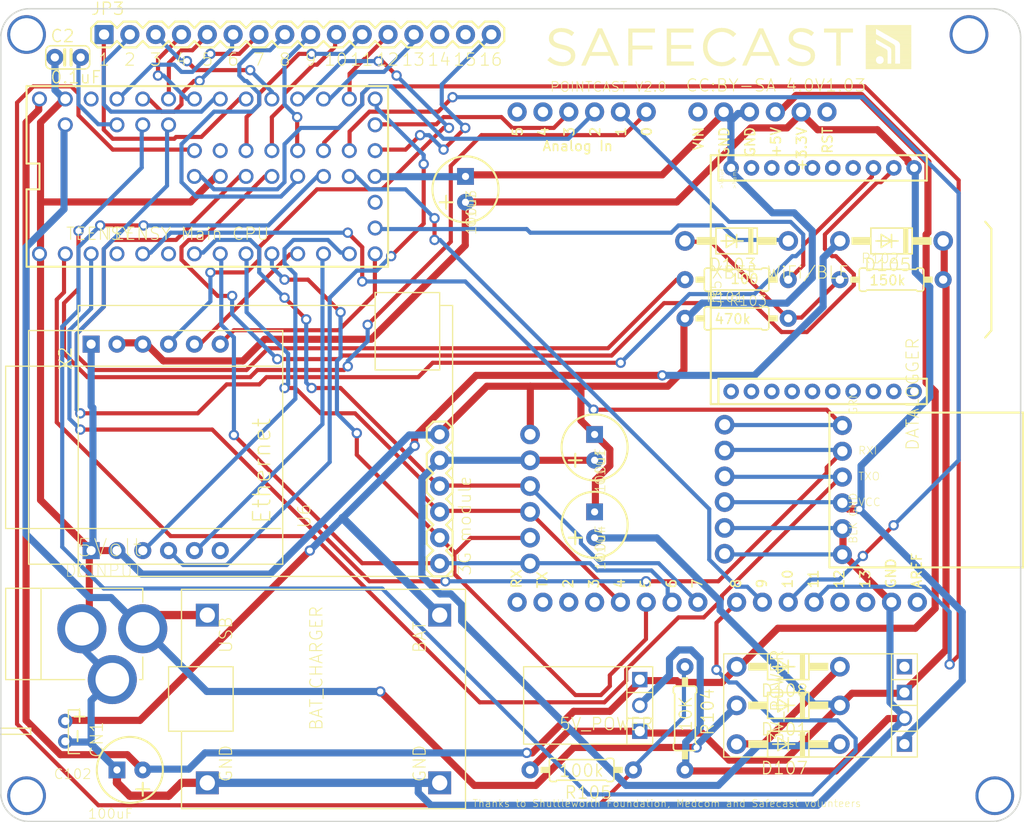
<source format=kicad_pcb>
(kicad_pcb (version 4) (host pcbnew "(2016-04-21 BZR 6706)-product")
  (layers (0 Top signal) (31 Bottom signal) (34 B.Paste user) (35 F.Paste user) (36 B.SilkS user) (37 F.SilkS user) (38 B.Mask user) (39 F.Mask user) (44 Edge.Cuts user))
  (net 0 "")
  (net 1 GND)
  (net 2 VCC)
  (net 3 VUSB)
  (net 4 PWRIN)
  (net 5 VDD)
  (net 6 BAT)
  (net 7 N$1)
  (net 8 N$10)
  (net 9 RXI)
  (net 10 N$31)
  (net 11 N$32)
  (net 12 TXO)
  (net 13 D23)
  (net 14 D22)
  (net 15 D21)
  (net 16 D20)
  (net 17 D17)
  (net 18 D18)
  (net 19 D19)
  (net 20 D13)
  (net 21 D12)
  (net 22 D11)
  (net 23 D10)
  (net 24 D9)
  (net 25 820DOWN)
  (net 26 D0)
  (net 27 D1)
  (net 28 D3)
  (net 29 D7)
  (net 30 D6)
  (net 31 D5)
  (net 32 D8)
  (net 33 D27)
  (net 34 D29)
  (net 35 D28)
  (net 36 D30)
  (net 37 A12)
  (net 38 A11)
  (net 39 A10)
  (net 40 D31)
  (net 41 D32)
  (net 42 D33)
  (net 43 D15)
  (net 44 D14)
  (net 45 D26)
  (net 46 N$2)
  (net 47 N$8)
  (net 48 A14)
  (net 49 N$21)
  (net 50 PGM)
  (module "" (layer Top) (at 193.5861 67.5386)
    (fp_text reference @HOLE0 hide)
    (fp_text value "" (at 0 0) (layer F.SilkS))
    (pad "" np_thru_hole circle (at 0 0) (size 3.2 3.2) (drill 3.2) (layers *.Cu))
  )
  (module "" (layer Top) (at 196.1261 142.4686)
    (fp_text reference @HOLE1 hide)
    (fp_text value "" (at 0 0) (layer F.SilkS))
    (pad "" np_thru_hole circle (at 0 0) (size 3.2 3.2) (drill 3.2) (layers *.Cu))
  )
  (module "" (layer Top) (at 100.8761 142.4686)
    (fp_text reference @HOLE2 hide)
    (fp_text value "" (at 0 0) (layer F.SilkS))
    (pad "" np_thru_hole circle (at 0 0) (size 3.2 3.2) (drill 3.2) (layers *.Cu))
  )
  (module "" (layer Top) (at 100.8761 67.5386)
    (fp_text reference @HOLE3 hide)
    (fp_text value "" (at 0 0) (layer F.SilkS))
    (pad "" np_thru_hole circle (at 0 0) (size 3.2 3.2) (drill 3.2) (layers *.Cu))
  )
  (module DO41-10 (layer Top) (at 175.8061 133.5786 180)
    (fp_text reference D101 (at -2.032 -1.651) (layer F.SilkS) (effects (font (size 1.2065 1.2065) (thickness 0.12065)) (justify right top)))
    (fp_text value 1N4004 hide)
    (pad A thru_hole circle (at 5.08 0 180) (size 1.9304 1.9304) (drill 1.1176) (layers *.Cu *.Mask) (net 3 VUSB))
    (pad C thru_hole circle (at -5.08 0 180) (size 1.9304 1.9304) (drill 1.1176) (layers *.Cu *.Mask) (net 4 PWRIN))
  )
  (module DO41-10 (layer Top) (at 170.7261 87.8586 180)
    (fp_text reference D103 (at -2.032 -1.651) (layer F.SilkS) (effects (font (size 1.2065 1.2065) (thickness 0.12065)) (justify right top)))
    (fp_text value 1N4004 hide)
    (pad A thru_hole circle (at 5.08 0 180) (size 1.9304 1.9304) (drill 1.1176) (layers *.Cu *.Mask) (net 46 N$2))
    (pad C thru_hole circle (at -5.08 0 180) (size 1.9304 1.9304) (drill 1.1176) (layers *.Cu *.Mask) (net 7 N$1))
  )
  (module 0207%2f10 (layer Top) (at 170.7261 95.4786)
    (fp_text reference R101 (at -3.048 -1.524) (layer F.SilkS) (effects (font (size 0.9652 0.9652) (thickness 0.077216)) (justify left bottom)))
    (fp_text value 470k (at -2.2606 0.635) (layer F.SilkS) (effects (font (size 0.9652 0.9652) (thickness 0.14478)) (justify left bottom)))
    (pad 1 thru_hole circle (at -5.08 0) (size 1.6764 1.6764) (drill 0.8128) (layers *.Cu *.Mask) (net 1 GND))
    (pad 2 thru_hole circle (at 5.08 0) (size 1.6764 1.6764) (drill 0.8128) (layers *.Cu *.Mask) (net 46 N$2))
  )
  (module 0207%2f10 (layer Top) (at 185.9661 91.6686)
    (fp_text reference R102 (at -3.048 -1.524) (layer F.SilkS) (effects (font (size 0.9652 0.9652) (thickness 0.077216)) (justify left bottom)))
    (fp_text value 150k (at -2.2606 0.635) (layer F.SilkS) (effects (font (size 0.9652 0.9652) (thickness 0.14478)) (justify left bottom)))
    (pad 1 thru_hole circle (at -5.08 0) (size 1.6764 1.6764) (drill 0.8128) (layers *.Cu *.Mask) (net 46 N$2))
    (pad 2 thru_hole circle (at 5.08 0) (size 1.6764 1.6764) (drill 0.8128) (layers *.Cu *.Mask) (net 4 PWRIN))
  )
  (module WIZ820IO (layer Top) (at 113.5761 108.1786 90)
    (fp_text reference U6 (at -8.0264 15.3289 90) (layer F.SilkS) (effects (font (size 1.2065 1.2065) (thickness 0.09652)) (justify left bottom)))
    (fp_text value Ethernet (at -7.62 11.43 90) (layer F.SilkS) (effects (font (size 1.6891 1.6891) (thickness 0.135128)) (justify left bottom)))
    (pad J1.1 thru_hole rect (at -10.16 -6.35 90) (size 1.6764 1.6764) (drill 0.9) (layers *.Cu *.Mask) (net 1 GND))
    (pad J1.2 thru_hole circle (at -10.16 -3.81 90) (size 1.6764 1.6764) (drill 0.9) (layers *.Cu *.Mask) (net 1 GND))
    (pad J1.3 thru_hole circle (at -10.16 -1.27 90) (size 1.6764 1.6764) (drill 0.9) (layers *.Cu *.Mask) (net 22 D11))
    (pad J1.4 thru_hole circle (at -10.16 1.27 90) (size 1.6764 1.6764) (drill 0.9) (layers *.Cu *.Mask) (net 20 D13))
    (pad J1.5 thru_hole circle (at -10.16 3.81 90) (size 1.6764 1.6764) (drill 0.9) (layers *.Cu *.Mask) (net 23 D10))
    (pad J1.6 thru_hole circle (at -10.16 6.35 90) (size 1.6764 1.6764) (drill 0.9) (layers *.Cu *.Mask))
    (pad J2.1 thru_hole rect (at 10.16 -6.35 90) (size 1.6764 1.6764) (drill 0.9) (layers *.Cu *.Mask) (net 1 GND))
    (pad J2.2 thru_hole circle (at 10.16 -3.81 90) (size 1.6764 1.6764) (drill 0.9) (layers *.Cu *.Mask) (net 2 VCC))
    (pad J2.3 thru_hole circle (at 10.16 -1.27 90) (size 1.6764 1.6764) (drill 0.9) (layers *.Cu *.Mask) (net 2 VCC))
    (pad J2.4 thru_hole circle (at 10.16 1.27 90) (size 1.6764 1.6764) (drill 0.9) (layers *.Cu *.Mask) (net 25 820DOWN))
    (pad J2.5 thru_hole circle (at 10.16 3.81 90) (size 1.6764 1.6764) (drill 0.9) (layers *.Cu *.Mask) (net 24 D9))
    (pad J2.6 thru_hole circle (at 10.16 6.35 90) (size 1.6764 1.6764) (drill 0.9) (layers *.Cu *.Mask) (net 21 D12))
  )
  (module OPENLOG (layer Top) (at 179.856478 104.753122 270)
    (fp_text reference DATALOGGER (at 3.81 -8.89 90) (layer F.SilkS) (effects (font (size 1.2065 1.2065) (thickness 0.09652)) (justify left bottom)))
    (fp_text value OPENLOG hide)
    (fp_text user TXO (at 6.731 -2.794 360) (layer F.SilkS) (effects (font (size 0.77216 0.77216) (thickness 0.065024)) (justify left bottom)))
    (fp_text user RXI (at 4.191 -2.794 360) (layer F.SilkS) (effects (font (size 0.77216 0.77216) (thickness 0.065024)) (justify left bottom)))
    (fp_text user VCC (at 9.271 -2.794 360) (layer F.SilkS) (effects (font (size 0.77216 0.77216) (thickness 0.065024)) (justify left bottom)))
    (fp_text user GND (at 10.287 -2.794 270) (layer F.SilkS) (effects (font (size 0.77216 0.77216) (thickness 0.065024)) (justify left bottom)))
    (fp_text user BLK (at 12.954 -2.794 270) (layer F.SilkS) (effects (font (size 0.77216 0.77216) (thickness 0.065024)) (justify left bottom)))
    (fp_text user GRN (at 0.254 -2.794 270) (layer F.SilkS) (effects (font (size 0.77216 0.77216) (thickness 0.065024)) (justify left bottom)))
    (pad JP1$ thru_hole circle (at 1.27 -1.27) (size 1.8796 1.8796) (drill 1.016) (layers *.Cu *.Mask))
    (pad JP1$ thru_hole circle (at 3.81 -1.27) (size 1.8796 1.8796) (drill 1.016) (layers *.Cu *.Mask))
    (pad JP1$ thru_hole circle (at 6.35 -1.27) (size 1.8796 1.8796) (drill 1.016) (layers *.Cu *.Mask))
    (pad JP1$ thru_hole circle (at 8.89 -1.27) (size 1.8796 1.8796) (drill 1.016) (layers *.Cu *.Mask))
    (pad JP1$ thru_hole circle (at 11.43 -1.27) (size 1.8796 1.8796) (drill 1.016) (layers *.Cu *.Mask))
    (pad JP1$ thru_hole circle (at 13.97 -1.27) (size 1.8796 1.8796) (drill 1.016) (layers *.Cu *.Mask))
  )
  (module 1X06 (layer Top) (at 141.5161 119.6086 90)
    (fp_text reference X2 (at 18.9738 -36.1188 90) (layer F.SilkS) (effects (font (size 1.2065 1.2065) (thickness 0.12065)) (justify left bottom)))
    (fp_text value "3G module" (at -1.27 3.175 90) (layer F.SilkS) (effects (font (size 1.2065 1.2065) (thickness 0.09652)) (justify left bottom)))
    (pad 1 thru_hole circle (at 0 0 180) (size 1.8796 1.8796) (drill 1.016) (layers *.Cu *.Mask) (net 30 D6))
    (pad 2 thru_hole circle (at 2.54 0 180) (size 1.8796 1.8796) (drill 1.016) (layers *.Cu *.Mask) (net 32 D8))
    (pad 3 thru_hole circle (at 5.08 0 180) (size 1.8796 1.8796) (drill 1.016) (layers *.Cu *.Mask) (net 29 D7))
    (pad 4 thru_hole circle (at 7.62 0 180) (size 1.8796 1.8796) (drill 1.016) (layers *.Cu *.Mask) (net 31 D5))
    (pad 5 thru_hole circle (at 10.16 0 180) (size 1.8796 1.8796) (drill 1.016) (layers *.Cu *.Mask) (net 11 N$32))
    (pad 6 thru_hole circle (at 12.7 0 180) (size 1.8796 1.8796) (drill 1.016) (layers *.Cu *.Mask) (net 1 GND))
  )
  (module POLOLU_D24VXAYV_HC (layer Top) (at 178.3461 133.5786 90)
    (fp_text reference 3V_POWER (at -3.81 -2.921 90) (layer F.SilkS) (effects (font (size 1.2065 1.2065) (thickness 0.108585)) (justify left bottom)))
    (fp_text value "" (at -4.445 5.08 90) (layer F.SilkS) (effects (font (size 1.2065 1.2065) (thickness 0.108585)) (justify left bottom)))
    (pad S thru_hole rect (at 3.81 8.89 90) (size 1.508 1.508) (drill 1) (layers *.Cu *.Mask))
    (pad I thru_hole rect (at 1.27 8.89 90) (size 1.508 1.508) (drill 1) (layers *.Cu *.Mask) (net 4 PWRIN))
    (pad G thru_hole circle (at -1.27 8.89 90) (size 1.508 1.508) (drill 1) (layers *.Cu *.Mask) (net 1 GND))
    (pad O thru_hole rect (at -3.81 8.89 90) (size 1.508 1.508) (drill 1) (layers *.Cu *.Mask) (net 2 VCC))
  )
  (module POLOLU_S7V8F5 (layer Top) (at 155.4861 133.5786 90)
    (fp_text reference 5V_POWER (at -2.54 -2.286) (layer F.SilkS) (effects (font (size 1.2065 1.2065) (thickness 0.108585)) (justify left bottom)))
    (fp_text value "" (at -3.175 2.54) (layer F.SilkS) (effects (font (size 1.35128 1.35128) (thickness 0.121615)) (justify right top)))
    (pad I thru_hole rect (at -2.54 5.715 90) (size 1.508 1.508) (drill 1) (layers *.Cu *.Mask) (net 4 PWRIN))
    (pad G thru_hole circle (at 0 5.715 90) (size 1.508 1.508) (drill 1) (layers *.Cu *.Mask) (net 1 GND))
    (pad O thru_hole rect (at 2.54 5.715 90) (size 1.508 1.508) (drill 1) (layers *.Cu *.Mask) (net 5 VDD))
  )
  (module TEENSY_3.0_ALLPINS (layer Top) (at 118.6561 81.5086 90)
    (fp_text reference TEENSY (at -6.35 -13.97) (layer F.SilkS) (effects (font (size 1.2065 1.2065) (thickness 0.09652)) (justify left bottom)))
    (fp_text value "TEENSY Main CPU" (at -6.35 -10.16) (layer F.SilkS) (effects (font (size 1.2065 1.2065) (thickness 0.09652)) (justify left bottom)))
    (pad GND thru_hole circle (at -7.62 -16.51 90) (size 1.4732 1.4732) (drill 0.9652) (layers *.Cu *.Mask) (net 1 GND))
    (pad 0 thru_hole circle (at -7.62 -13.97 90) (size 1.4732 1.4732) (drill 0.9652) (layers *.Cu *.Mask) (net 26 D0))
    (pad 1 thru_hole circle (at -7.62 -11.43 90) (size 1.4732 1.4732) (drill 0.9652) (layers *.Cu *.Mask) (net 27 D1))
    (pad 2 thru_hole circle (at -7.62 -8.89 90) (size 1.4732 1.4732) (drill 0.9652) (layers *.Cu *.Mask))
    (pad 3 thru_hole circle (at -7.62 -6.35 90) (size 1.4732 1.4732) (drill 0.9652) (layers *.Cu *.Mask) (net 28 D3))
    (pad 4 thru_hole circle (at -7.62 -3.81 90) (size 1.4732 1.4732) (drill 0.9652) (layers *.Cu *.Mask))
    (pad 5 thru_hole circle (at -7.62 -1.27 90) (size 1.4732 1.4732) (drill 0.9652) (layers *.Cu *.Mask) (net 31 D5))
    (pad 6 thru_hole circle (at -7.62 1.27 90) (size 1.4732 1.4732) (drill 0.9652) (layers *.Cu *.Mask) (net 30 D6))
    (pad 7 thru_hole circle (at -7.62 3.81 90) (size 1.4732 1.4732) (drill 0.9652) (layers *.Cu *.Mask) (net 29 D7))
    (pad 8 thru_hole circle (at -7.62 6.35 90) (size 1.4732 1.4732) (drill 0.9652) (layers *.Cu *.Mask) (net 32 D8))
    (pad 9 thru_hole circle (at -7.62 8.89 90) (size 1.4732 1.4732) (drill 0.9652) (layers *.Cu *.Mask) (net 24 D9))
    (pad 10 thru_hole circle (at -7.62 11.43 90) (size 1.4732 1.4732) (drill 0.9652) (layers *.Cu *.Mask) (net 23 D10))
    (pad 11 thru_hole circle (at -7.62 13.97 90) (size 1.4732 1.4732) (drill 0.9652) (layers *.Cu *.Mask) (net 22 D11))
    (pad 12 thru_hole circle (at -7.62 16.51 90) (size 1.4732 1.4732) (drill 0.9652) (layers *.Cu *.Mask) (net 21 D12))
    (pad VBAT thru_hole circle (at -5.08 16.51 90) (size 1.4732 1.4732) (drill 0.9652) (layers *.Cu *.Mask) (net 7 N$1))
    (pad 3.3V thru_hole circle (at -2.54 16.51 90) (size 1.4732 1.4732) (drill 0.9652) (layers *.Cu *.Mask))
    (pad GND1 thru_hole circle (at 0 16.51 90) (size 1.4732 1.4732) (drill 0.9652) (layers *.Cu *.Mask) (net 1 GND))
    (pad PGM thru_hole circle (at 2.54 16.51 90) (size 1.4732 1.4732) (drill 0.9652) (layers *.Cu *.Mask) (net 50 PGM))
    (pad RESE thru_hole circle (at 5.08 16.51 90) (size 1.4732 1.4732) (drill 0.9652) (layers *.Cu *.Mask))
    (pad 13 thru_hole circle (at 7.62 16.51 90) (size 1.4732 1.4732) (drill 0.9652) (layers *.Cu *.Mask) (net 20 D13))
    (pad 14/A thru_hole circle (at 7.62 13.97 90) (size 1.4732 1.4732) (drill 0.9652) (layers *.Cu *.Mask))
    (pad 15/A thru_hole circle (at 7.62 11.43 90) (size 1.4732 1.4732) (drill 0.9652) (layers *.Cu *.Mask))
    (pad 16/A thru_hole circle (at 7.62 8.89 90) (size 1.4732 1.4732) (drill 0.9652) (layers *.Cu *.Mask))
    (pad 17/A thru_hole circle (at 7.62 6.35 90) (size 1.4732 1.4732) (drill 0.9652) (layers *.Cu *.Mask))
    (pad 18/A thru_hole circle (at 7.62 3.81 90) (size 1.4732 1.4732) (drill 0.9652) (layers *.Cu *.Mask))
    (pad 19/A thru_hole circle (at 7.62 1.27 90) (size 1.4732 1.4732) (drill 0.9652) (layers *.Cu *.Mask))
    (pad 20/A thru_hole circle (at 7.62 -1.27 90) (size 1.4732 1.4732) (drill 0.9652) (layers *.Cu *.Mask))
    (pad 21/A thru_hole circle (at 7.62 -3.81 90) (size 1.4732 1.4732) (drill 0.9652) (layers *.Cu *.Mask))
    (pad 22/A thru_hole circle (at 7.62 -6.35 90) (size 1.4732 1.4732) (drill 0.9652) (layers *.Cu *.Mask))
    (pad 23/A thru_hole circle (at 7.62 -8.89 90) (size 1.4732 1.4732) (drill 0.9652) (layers *.Cu *.Mask))
    (pad 3.3V thru_hole circle (at 7.62 -11.43 90) (size 1.4732 1.4732) (drill 0.9652) (layers *.Cu *.Mask))
    (pad AGND thru_hole circle (at 7.62 -13.97 90) (size 1.4732 1.4732) (drill 0.9652) (layers *.Cu *.Mask) (net 1 GND))
    (pad VIN thru_hole circle (at 7.62 -16.51 90) (size 1.4732 1.4732) (drill 0.9652) (layers *.Cu *.Mask) (net 5 VDD))
    (pad VUSB thru_hole circle (at 5.08 -13.97 90) (size 1.4732 1.4732) (drill 0.9652) (layers *.Cu *.Mask) (net 3 VUSB))
    (pad AREF thru_hole circle (at 5.08 -8.89 90) (size 1.4732 1.4732) (drill 0.9652) (layers *.Cu *.Mask) (net 49 N$21))
    (pad A10 thru_hole circle (at 5.08 -6.35 90) (size 1.4732 1.4732) (drill 0.9652) (layers *.Cu *.Mask) (net 39 A10))
    (pad A11 thru_hole circle (at 5.08 -3.81 90) (size 1.4732 1.4732) (drill 0.9652) (layers *.Cu *.Mask) (net 38 A11))
    (pad 28 thru_hole circle (at 0 13.97 90) (size 1.4732 1.4732) (drill 0.9652) (layers *.Cu *.Mask) (net 35 D28))
    (pad 29 thru_hole circle (at 2.54 13.97 90) (size 1.4732 1.4732) (drill 0.9652) (layers *.Cu *.Mask) (net 34 D29))
    (pad 27 thru_hole circle (at 0 11.43 90) (size 1.4732 1.4732) (drill 0.9652) (layers *.Cu *.Mask) (net 33 D27))
    (pad 26 thru_hole circle (at 0 8.89 90) (size 1.4732 1.4732) (drill 0.9652) (layers *.Cu *.Mask) (net 45 D26))
    (pad 25 thru_hole circle (at 0 6.35 90) (size 1.4732 1.4732) (drill 0.9652) (layers *.Cu *.Mask) (net 9 RXI))
    (pad 24 thru_hole circle (at 0 3.81 90) (size 1.4732 1.4732) (drill 0.9652) (layers *.Cu *.Mask) (net 12 TXO))
    (pad 30 thru_hole circle (at 2.54 11.43 90) (size 1.4732 1.4732) (drill 0.9652) (layers *.Cu *.Mask) (net 36 D30))
    (pad 31 thru_hole circle (at 2.54 8.89 90) (size 1.4732 1.4732) (drill 0.9652) (layers *.Cu *.Mask) (net 40 D31))
    (pad 32 thru_hole circle (at 2.54 6.35 90) (size 1.4732 1.4732) (drill 0.9652) (layers *.Cu *.Mask) (net 41 D32))
    (pad 33 thru_hole circle (at 2.54 3.81 90) (size 1.4732 1.4732) (drill 0.9652) (layers *.Cu *.Mask) (net 42 D33))
    (pad 3.3V thru_hole circle (at 2.54 1.27 90) (size 1.4732 1.4732) (drill 0.9652) (layers *.Cu *.Mask))
    (pad A13 thru_hole circle (at 2.54 -1.27 90) (size 1.4732 1.4732) (drill 0.9652) (layers *.Cu *.Mask) (net 47 N$8))
    (pad GND2 thru_hole circle (at 0 1.27 90) (size 1.4732 1.4732) (drill 0.9652) (layers *.Cu *.Mask) (net 1 GND))
    (pad A12 thru_hole circle (at 0 -1.27 90) (size 1.4732 1.4732) (drill 0.9652) (layers *.Cu *.Mask) (net 37 A12))
  )
  (module DC-21MM (layer Top) (at 105.9561 125.9586 90)
    (fp_text reference DCINPUT (at 6.35 6.35) (layer F.SilkS) (effects (font (size 1.2065 1.2065) (thickness 0.060325)) (justify right top)))
    (fp_text value 5Volt (at 8.89 6.35) (layer F.SilkS) (effects (font (size 1.6891 1.6891) (thickness 0.084455)) (justify right top)))
    (pad 1 thru_hole circle (at -5.08 3.3528 90) (size 4.826 4.826) (drill 3.302) (layers *.Cu *.Mask) (net 1 GND))
    (pad 2 thru_hole circle (at -0.0762 6.35 90) (size 4.826 4.826) (drill 3.302) (layers *.Cu *.Mask) (net 3 VUSB))
    (pad 3 thru_hole circle (at -0.0762 0.3556 90) (size 4.826 4.826) (drill 3.302) (layers *.Cu *.Mask) (net 1 GND))
  )
  (module TP4056 (layer Top) (at 128.8161 132.3086 90)
    (fp_text reference BAT_CHARGER (at -3.81 1.27 90) (layer F.SilkS) (effects (font (size 1.2065 1.2065) (thickness 0.09652)) (justify left bottom)))
    (fp_text value TP4056_CHARGER hide)
    (fp_text user GND (at -8.89 11.43 90) (layer F.SilkS) (effects (font (size 1.2065 1.2065) (thickness 0.1016)) (justify left bottom)))
    (fp_text user GND (at -8.89 -7.62 90) (layer F.SilkS) (effects (font (size 1.2065 1.2065) (thickness 0.1016)) (justify left bottom)))
    (fp_text user USB (at 3.81 -7.62 90) (layer F.SilkS) (effects (font (size 1.2065 1.2065) (thickness 0.1016)) (justify left bottom)))
    (fp_text user BAT (at 3.81 11.43 90) (layer F.SilkS) (effects (font (size 1.2065 1.2065) (thickness 0.1016)) (justify left bottom)))
    (pad GND2 thru_hole rect (at -8.89 12.7 270) (size 2.25 2.25) (drill 1.5) (layers *.Cu *.Mask) (net 1 GND))
    (pad BAT thru_hole rect (at 7.62 12.7 270) (size 2.25 2.25) (drill 1.5) (layers *.Cu *.Mask) (net 6 BAT))
    (pad GND thru_hole rect (at -8.89 -10.16 270) (size 2.25 2.25) (drill 1.5) (layers *.Cu *.Mask) (net 1 GND))
    (pad CHAR thru_hole rect (at 7.62 -10.16 270) (size 2.25 2.25) (drill 1.5) (layers *.Cu *.Mask))
    (pad "" np_thru_hole circle (at -8.89 -10.16 90) (size 1.4 1.4) (drill 1.4) (layers *.Cu))
    (pad "" np_thru_hole circle (at 7.62 -10.16 90) (size 1.4 1.4) (drill 1.4) (layers *.Cu))
    (pad "" np_thru_hole circle (at 7.62 12.7 90) (size 1.4 1.4) (drill 1.4) (layers *.Cu))
    (pad "" np_thru_hole circle (at -8.89 12.7 90) (size 1.4 1.4) (drill 1.4) (layers *.Cu))
  )
  (module CREATIVE_COMMONS (layer Top) (at 165.6461 78.3336)
    (fp_text reference FRAME1 hide)
    (fp_text value FRAME-LEDGER hide)
    (fp_text user "CC:BY-SA 4.0" (at 0 -5.08) (layer F.SilkS) (effects (font (size 1.2065 1.2065) (thickness 0.1016)) (justify left bottom)))
    (fp_text user V1.03 (at 12.7 -5.08) (layer F.SilkS) (effects (font (size 1.2065 1.2065) (thickness 0.1016)) (justify left bottom)))
  )
  (module XBEE-SILK (layer Top) (at 168.1861 91.6686 270)
    (fp_text reference U$5 (at 0 0 90) (layer F.SilkS) (effects (font (size 0.9652 0.9652) (thickness 0.077216)) (justify right top)))
    (fp_text value "XBEE WiFi/BLE" (at 0 0) (layer F.SilkS) (effects (font (size 1.2065 1.2065) (thickness 0.09652)) (justify left bottom)))
    (fp_text user >Name (at -8.89 -2.54 270) (layer F.SilkS) (effects (font (size 0.38608 0.38608) (thickness 0.032512)) (justify left bottom)))
    (fp_text user >Value (at -8.89 -1.27 270) (layer F.SilkS) (effects (font (size 0.38608 0.38608) (thickness 0.032512)) (justify left bottom)))
    (pad 1 thru_hole circle (at -11 -20 270) (size 1.524 1.524) (drill 0.8) (layers *.Cu *.Mask) (net 2 VCC))
    (pad 2 thru_hole circle (at -11 -18 270) (size 1.524 1.524) (drill 0.8) (layers *.Cu *.Mask) (net 9 RXI))
    (pad 3 thru_hole circle (at -11 -16 270) (size 1.524 1.524) (drill 0.8) (layers *.Cu *.Mask) (net 8 N$10))
    (pad 4 thru_hole circle (at -11 -14 270) (size 1.524 1.524) (drill 0.8) (layers *.Cu *.Mask))
    (pad 5 thru_hole circle (at -11 -12 270) (size 1.524 1.524) (drill 0.8) (layers *.Cu *.Mask))
    (pad 6 thru_hole circle (at -11 -10 270) (size 1.524 1.524) (drill 0.8) (layers *.Cu *.Mask))
    (pad 7 thru_hole circle (at -11 -8 270) (size 1.524 1.524) (drill 0.8) (layers *.Cu *.Mask))
    (pad 8 thru_hole circle (at -11 -6 270) (size 1.524 1.524) (drill 0.8) (layers *.Cu *.Mask))
    (pad 9 thru_hole circle (at -11 -4 270) (size 1.524 1.524) (drill 0.8) (layers *.Cu *.Mask))
    (pad 10 thru_hole circle (at -11 -2 270) (size 1.524 1.524) (drill 0.8) (layers *.Cu *.Mask) (net 1 GND))
    (pad 11 thru_hole circle (at 11 -2 270) (size 1.524 1.524) (drill 0.8) (layers *.Cu *.Mask))
    (pad 12 thru_hole circle (at 11 -4 270) (size 1.524 1.524) (drill 0.8) (layers *.Cu *.Mask))
    (pad 13 thru_hole circle (at 11 -6 270) (size 1.524 1.524) (drill 0.8) (layers *.Cu *.Mask))
    (pad 14 thru_hole circle (at 11 -8 270) (size 1.524 1.524) (drill 0.8) (layers *.Cu *.Mask))
    (pad 15 thru_hole circle (at 11 -10 270) (size 1.524 1.524) (drill 0.8) (layers *.Cu *.Mask))
    (pad 16 thru_hole circle (at 11 -12 270) (size 1.524 1.524) (drill 0.8) (layers *.Cu *.Mask))
    (pad 17 thru_hole circle (at 11 -14 270) (size 1.524 1.524) (drill 0.8) (layers *.Cu *.Mask))
    (pad 18 thru_hole circle (at 11 -16 270) (size 1.524 1.524) (drill 0.8) (layers *.Cu *.Mask))
    (pad 19 thru_hole circle (at 11 -18 270) (size 1.524 1.524) (drill 0.8) (layers *.Cu *.Mask))
    (pad 20 thru_hole circle (at 11 -20 270) (size 1.524 1.524) (drill 0.8) (layers *.Cu *.Mask))
  )
  (module DUEMILANOVE_SHIELD (layer Top) (at 164.3761 103.0986)
    (fp_text reference X4 hide)
    (fp_text value "3GS shield" hide)
    (fp_text user GND (at 7.112 -26.5557 90) (layer F.SilkS) (effects (font (size 0.9652 0.9652) (thickness 0.1524)) (justify right top)))
    (fp_text user GND (at 4.572 -26.5557 90) (layer F.SilkS) (effects (font (size 0.9652 0.9652) (thickness 0.1524)) (justify right top)))
    (fp_text user +5V (at 9.652 -26.5557 90) (layer F.SilkS) (effects (font (size 0.9652 0.9652) (thickness 0.1524)) (justify right top)))
    (fp_text user RST (at 14.732 -26.5557 90) (layer F.SilkS) (effects (font (size 0.9652 0.9652) (thickness 0.1524)) (justify right top)))
    (fp_text user VIN (at 2.032 -26.5557 90) (layer F.SilkS) (effects (font (size 0.9652 0.9652) (thickness 0.1524)) (justify right top)))
    (fp_text user +3.3V (at 12.192 -26.5557 90) (layer F.SilkS) (effects (font (size 0.9652 0.9652) (thickness 0.1524)) (justify right top)))
    (fp_text user 0 (at -3.048 -26.5557 90) (layer F.SilkS) (effects (font (size 0.9652 0.9652) (thickness 0.1524)) (justify right top)))
    (fp_text user 1 (at -5.588 -26.5557 90) (layer F.SilkS) (effects (font (size 0.9652 0.9652) (thickness 0.1524)) (justify right top)))
    (fp_text user 2 (at -8.128 -26.5557 90) (layer F.SilkS) (effects (font (size 0.9652 0.9652) (thickness 0.1524)) (justify right top)))
    (fp_text user 3 (at -10.668 -26.5557 90) (layer F.SilkS) (effects (font (size 0.9652 0.9652) (thickness 0.1524)) (justify right top)))
    (fp_text user 4 (at -13.208 -26.5557 90) (layer F.SilkS) (effects (font (size 0.9652 0.9652) (thickness 0.1524)) (justify right top)))
    (fp_text user 5 (at -15.748 -26.5557 90) (layer F.SilkS) (effects (font (size 0.9652 0.9652) (thickness 0.1524)) (justify right top)))
    (fp_text user "Analog In" (at -12.827 -24.0157) (layer F.SilkS) (effects (font (size 0.9652 0.9652) (thickness 0.1524)) (justify left bottom)))
    (fp_text user GND (at 22.098 19.05 90) (layer F.SilkS) (effects (font (size 0.9652 0.9652) (thickness 0.1524)) (justify left bottom)))
    (fp_text user 13 (at 19.558 19.05 90) (layer F.SilkS) (effects (font (size 0.9652 0.9652) (thickness 0.1524)) (justify left bottom)))
    (fp_text user 12 (at 17.018 19.05 90) (layer F.SilkS) (effects (font (size 0.9652 0.9652) (thickness 0.1524)) (justify left bottom)))
    (fp_text user 11 (at 14.478 19.05 90) (layer F.SilkS) (effects (font (size 0.9652 0.9652) (thickness 0.1524)) (justify left bottom)))
    (fp_text user AREF (at 24.638 19.05 90) (layer F.SilkS) (effects (font (size 0.9652 0.9652) (thickness 0.1524)) (justify left bottom)))
    (fp_text user 10 (at 11.938 19.05 90) (layer F.SilkS) (effects (font (size 0.9652 0.9652) (thickness 0.1524)) (justify left bottom)))
    (fp_text user 9 (at 9.398 19.05 90) (layer F.SilkS) (effects (font (size 0.9652 0.9652) (thickness 0.1524)) (justify left bottom)))
    (fp_text user 8 (at 6.858 19.05 90) (layer F.SilkS) (effects (font (size 0.9652 0.9652) (thickness 0.1524)) (justify left bottom)))
    (fp_text user 7 (at 3.048 19.05 90) (layer F.SilkS) (effects (font (size 0.9652 0.9652) (thickness 0.1524)) (justify left bottom)))
    (fp_text user 6 (at 0.508 19.05 90) (layer F.SilkS) (effects (font (size 0.9652 0.9652) (thickness 0.1524)) (justify left bottom)))
    (fp_text user 5 (at -2.032 19.05 90) (layer F.SilkS) (effects (font (size 0.9652 0.9652) (thickness 0.1524)) (justify left bottom)))
    (fp_text user 4 (at -4.572 19.05 90) (layer F.SilkS) (effects (font (size 0.9652 0.9652) (thickness 0.1524)) (justify left bottom)))
    (fp_text user 3 (at -7.112 19.05 90) (layer F.SilkS) (effects (font (size 0.9652 0.9652) (thickness 0.1524)) (justify left bottom)))
    (fp_text user 2 (at -9.652 19.05 90) (layer F.SilkS) (effects (font (size 0.9652 0.9652) (thickness 0.1524)) (justify left bottom)))
    (fp_text user TX (at -12.192 19.05 90) (layer F.SilkS) (effects (font (size 0.9652 0.9652) (thickness 0.1524)) (justify left bottom)))
    (fp_text user RX (at -14.732 19.05 90) (layer F.SilkS) (effects (font (size 0.9652 0.9652) (thickness 0.1524)) (justify left bottom)))
    (pad RES thru_hole circle (at 15.24 -27.94 180) (size 1.8796 1.8796) (drill 1.016) (layers *.Cu *.Mask))
    (pad 3.3V thru_hole circle (at 12.7 -27.94 180) (size 1.8796 1.8796) (drill 1.016) (layers *.Cu *.Mask) (net 2 VCC))
    (pad 5V thru_hole circle (at 10.16 -27.94 180) (size 1.8796 1.8796) (drill 1.016) (layers *.Cu *.Mask) (net 5 VDD))
    (pad GND@ thru_hole circle (at 7.62 -27.94 180) (size 1.8796 1.8796) (drill 1.016) (layers *.Cu *.Mask))
    (pad GND@ thru_hole circle (at 5.08 -27.94 180) (size 1.8796 1.8796) (drill 1.016) (layers *.Cu *.Mask))
    (pad VIN thru_hole circle (at 2.54 -27.94 180) (size 1.8796 1.8796) (drill 1.016) (layers *.Cu *.Mask))
    (pad A0 thru_hole circle (at -2.54 -27.94 180) (size 1.8796 1.8796) (drill 1.016) (layers *.Cu *.Mask) (net 39 A10))
    (pad A1 thru_hole circle (at -5.08 -27.94 180) (size 1.8796 1.8796) (drill 1.016) (layers *.Cu *.Mask) (net 38 A11))
    (pad A2 thru_hole circle (at -7.62 -27.94 180) (size 1.8796 1.8796) (drill 1.016) (layers *.Cu *.Mask) (net 37 A12))
    (pad A3 thru_hole circle (at -10.16 -27.94 180) (size 1.8796 1.8796) (drill 1.016) (layers *.Cu *.Mask) (net 48 A14))
    (pad A4 thru_hole circle (at -12.7 -27.94 180) (size 1.8796 1.8796) (drill 1.016) (layers *.Cu *.Mask))
    (pad A5 thru_hole circle (at -15.24 -27.94 180) (size 1.8796 1.8796) (drill 1.016) (layers *.Cu *.Mask))
    (pad RX thru_hole circle (at -15.24 20.32 180) (size 1.8796 1.8796) (drill 1.016) (layers *.Cu *.Mask))
    (pad TX thru_hole circle (at -12.7 20.32 180) (size 1.8796 1.8796) (drill 1.016) (layers *.Cu *.Mask))
    (pad D2 thru_hole circle (at -10.16 20.32 180) (size 1.8796 1.8796) (drill 1.016) (layers *.Cu *.Mask))
    (pad D3 thru_hole circle (at -7.62 20.32 180) (size 1.8796 1.8796) (drill 1.016) (layers *.Cu *.Mask))
    (pad D4 thru_hole circle (at -5.08 20.32 180) (size 1.8796 1.8796) (drill 1.016) (layers *.Cu *.Mask) (net 29 D7))
    (pad D5 thru_hole circle (at -2.54 20.32 180) (size 1.8796 1.8796) (drill 1.016) (layers *.Cu *.Mask) (net 32 D8))
    (pad D6 thru_hole circle (at 0 20.32 180) (size 1.8796 1.8796) (drill 1.016) (layers *.Cu *.Mask) (net 30 D6))
    (pad D7 thru_hole circle (at 2.54 20.32 180) (size 1.8796 1.8796) (drill 1.016) (layers *.Cu *.Mask) (net 31 D5))
    (pad D8 thru_hole circle (at 6.35 20.32 180) (size 1.8796 1.8796) (drill 1.016) (layers *.Cu *.Mask) (net 33 D27))
    (pad D9 thru_hole circle (at 8.89 20.32 180) (size 1.8796 1.8796) (drill 1.016) (layers *.Cu *.Mask) (net 35 D28))
    (pad D10 thru_hole circle (at 11.43 20.32 180) (size 1.8796 1.8796) (drill 1.016) (layers *.Cu *.Mask) (net 34 D29))
    (pad D11 thru_hole circle (at 13.97 20.32 180) (size 1.8796 1.8796) (drill 1.016) (layers *.Cu *.Mask) (net 36 D30))
    (pad D12 thru_hole circle (at 16.51 20.32 180) (size 1.8796 1.8796) (drill 1.016) (layers *.Cu *.Mask))
    (pad D13 thru_hole circle (at 19.05 20.32 180) (size 1.8796 1.8796) (drill 1.016) (layers *.Cu *.Mask))
    (pad GND@ thru_hole circle (at 21.59 20.32 180) (size 1.8796 1.8796) (drill 1.016) (layers *.Cu *.Mask))
    (pad AREF thru_hole circle (at 24.13 20.32 180) (size 1.8796 1.8796) (drill 1.016) (layers *.Cu *.Mask))
  )
  (module 1X16 (layer Top) (at 108.4961 67.5386)
    (fp_text reference JP3 (at -1.3462 -1.8288) (layer F.SilkS) (effects (font (size 1.2065 1.2065) (thickness 0.12065)) (justify left bottom)))
    (fp_text value "" (at -1.27 5.715) (layer F.SilkS) (effects (font (size 1.2065 1.2065) (thickness 0.09652)) (justify left bottom)))
    (fp_text user 1 (at -0.635 3.175) (layer F.SilkS) (effects (font (size 1.2065 1.2065) (thickness 0.1016)) (justify left bottom)))
    (fp_text user 2 (at 1.905 3.175) (layer F.SilkS) (effects (font (size 1.2065 1.2065) (thickness 0.1016)) (justify left bottom)))
    (fp_text user 3 (at 4.445 3.175) (layer F.SilkS) (effects (font (size 1.2065 1.2065) (thickness 0.1016)) (justify left bottom)))
    (fp_text user 4 (at 6.985 3.175) (layer F.SilkS) (effects (font (size 1.2065 1.2065) (thickness 0.1016)) (justify left bottom)))
    (fp_text user 3 (at 4.445 3.175) (layer F.SilkS) (effects (font (size 1.2065 1.2065) (thickness 0.1016)) (justify left bottom)))
    (fp_text user 5 (at 9.525 3.175) (layer F.SilkS) (effects (font (size 1.2065 1.2065) (thickness 0.1016)) (justify left bottom)))
    (fp_text user 6 (at 12.065 3.175) (layer F.SilkS) (effects (font (size 1.2065 1.2065) (thickness 0.1016)) (justify left bottom)))
    (fp_text user 8 (at 17.145 3.175) (layer F.SilkS) (effects (font (size 1.2065 1.2065) (thickness 0.1016)) (justify left bottom)))
    (fp_text user 7 (at 14.605 3.175) (layer F.SilkS) (effects (font (size 1.2065 1.2065) (thickness 0.1016)) (justify left bottom)))
    (fp_text user 9 (at 19.685 3.175) (layer F.SilkS) (effects (font (size 1.2065 1.2065) (thickness 0.1016)) (justify left bottom)))
    (fp_text user 10 (at 21.59 3.175) (layer F.SilkS) (effects (font (size 1.2065 1.2065) (thickness 0.1016)) (justify left bottom)))
    (fp_text user 12 (at 26.67 3.175) (layer F.SilkS) (effects (font (size 1.2065 1.2065) (thickness 0.1016)) (justify left bottom)))
    (fp_text user 11 (at 24.13 3.175) (layer F.SilkS) (effects (font (size 1.2065 1.2065) (thickness 0.1016)) (justify left bottom)))
    (fp_text user 13 (at 29.21 3.175) (layer F.SilkS) (effects (font (size 1.2065 1.2065) (thickness 0.1016)) (justify left bottom)))
    (fp_text user 14 (at 31.75 3.175) (layer F.SilkS) (effects (font (size 1.2065 1.2065) (thickness 0.1016)) (justify left bottom)))
    (fp_text user 16 (at 36.83 3.175) (layer F.SilkS) (effects (font (size 1.2065 1.2065) (thickness 0.1016)) (justify left bottom)))
    (fp_text user 15 (at 34.29 3.175) (layer F.SilkS) (effects (font (size 1.2065 1.2065) (thickness 0.1016)) (justify left bottom)))
    (pad 1 thru_hole rect (at 0 0 90) (size 1.8796 1.8796) (drill 1.016) (layers *.Cu *.Mask) (net 18 D18))
    (pad 2 thru_hole circle (at 2.54 0 90) (size 1.8796 1.8796) (drill 1.016) (layers *.Cu *.Mask) (net 19 D19))
    (pad 3 thru_hole circle (at 5.08 0 90) (size 1.8796 1.8796) (drill 1.016) (layers *.Cu *.Mask) (net 17 D17))
    (pad 4 thru_hole circle (at 7.62 0 90) (size 1.8796 1.8796) (drill 1.016) (layers *.Cu *.Mask) (net 16 D20))
    (pad 5 thru_hole circle (at 10.16 0 90) (size 1.8796 1.8796) (drill 1.016) (layers *.Cu *.Mask) (net 15 D21))
    (pad 6 thru_hole circle (at 12.7 0 90) (size 1.8796 1.8796) (drill 1.016) (layers *.Cu *.Mask) (net 14 D22))
    (pad 7 thru_hole circle (at 15.24 0 90) (size 1.8796 1.8796) (drill 1.016) (layers *.Cu *.Mask) (net 13 D23))
    (pad 8 thru_hole circle (at 17.78 0 90) (size 1.8796 1.8796) (drill 1.016) (layers *.Cu *.Mask) (net 45 D26))
    (pad 9 thru_hole circle (at 20.32 0 90) (size 1.8796 1.8796) (drill 1.016) (layers *.Cu *.Mask) (net 40 D31))
    (pad 10 thru_hole circle (at 22.86 0 90) (size 1.8796 1.8796) (drill 1.016) (layers *.Cu *.Mask) (net 41 D32))
    (pad 11 thru_hole circle (at 25.4 0 90) (size 1.8796 1.8796) (drill 1.016) (layers *.Cu *.Mask) (net 42 D33))
    (pad 12 thru_hole circle (at 27.94 0 90) (size 1.8796 1.8796) (drill 1.016) (layers *.Cu *.Mask) (net 44 D14))
    (pad 13 thru_hole circle (at 30.48 0 90) (size 1.8796 1.8796) (drill 1.016) (layers *.Cu *.Mask) (net 43 D15))
    (pad 14 thru_hole circle (at 33.02 0 90) (size 1.8796 1.8796) (drill 1.016) (layers *.Cu *.Mask))
    (pad 15 thru_hole circle (at 35.56 0 90) (size 1.8796 1.8796) (drill 1.016) (layers *.Cu *.Mask))
    (pad 16 thru_hole circle (at 38.1 0 90) (size 1.8796 1.8796) (drill 1.016) (layers *.Cu *.Mask) (net 50 PGM))
  )
  (module DO41-10 (layer Top) (at 175.8061 137.3886 180)
    (fp_text reference D107 (at -2.032 -1.651) (layer F.SilkS) (effects (font (size 1.2065 1.2065) (thickness 0.12065)) (justify right top)))
    (fp_text value 1N4004 hide)
    (pad A thru_hole circle (at 5.08 0 180) (size 1.9304 1.9304) (drill 1.1176) (layers *.Cu *.Mask) (net 10 N$31))
    (pad C thru_hole circle (at -5.08 0 180) (size 1.9304 1.9304) (drill 1.1176) (layers *.Cu *.Mask) (net 11 N$32))
  )
  (module DO41-10 (layer Top) (at 175.8061 129.7686 180)
    (fp_text reference D108 (at -2.032 -1.651) (layer F.SilkS) (effects (font (size 1.2065 1.2065) (thickness 0.12065)) (justify right top)))
    (fp_text value 1N4004 hide)
    (pad A thru_hole circle (at 5.08 0 180) (size 1.9304 1.9304) (drill 1.1176) (layers *.Cu *.Mask) (net 5 VDD))
    (pad C thru_hole circle (at -5.08 0 180) (size 1.9304 1.9304) (drill 1.1176) (layers *.Cu *.Mask) (net 10 N$31))
  )
  (module 0207%2f10 (layer Top) (at 170.7261 91.6686 180)
    (fp_text reference R103 (at -3.048 -1.524) (layer F.SilkS) (effects (font (size 0.9652 0.9652) (thickness 0.077216)) (justify right top)))
    (fp_text value 100 (at -2.2606 0.635) (layer F.SilkS) (effects (font (size 0.9652 0.9652) (thickness 0.14478)) (justify right top)))
    (pad 1 thru_hole circle (at -5.08 0 180) (size 1.6764 1.6764) (drill 0.8128) (layers *.Cu *.Mask) (net 8 N$10))
    (pad 2 thru_hole circle (at 5.08 0 180) (size 1.6764 1.6764) (drill 0.8128) (layers *.Cu *.Mask) (net 12 TXO))
  )
  (module SAFECAST_LOGO1 (layer Top) (at 151.6761 71.3486)
    (fp_text reference U$10 hide)
    (fp_text value "" hide)
  )
  (module DO41-10 (layer Top) (at 185.9661 87.8586 180)
    (fp_text reference D105 (at -2.032 -1.651) (layer F.SilkS) (effects (font (size 1.2065 1.2065) (thickness 0.12065)) (justify right top)))
    (fp_text value 1N4004 hide)
    (pad A thru_hole circle (at 5.08 0 180) (size 1.9304 1.9304) (drill 1.1176) (layers *.Cu *.Mask) (net 6 BAT))
    (pad C thru_hole circle (at -5.08 0 180) (size 1.9304 1.9304) (drill 1.1176) (layers *.Cu *.Mask) (net 4 PWRIN))
  )
  (module CPOL-RADIAL-100UF-25V (layer Top) (at 156.7561 108.1786 270)
    (fp_text reference C101 (at 0 0 90) (layer F.SilkS) (effects (font (size 0.9652 0.9652) (thickness 0.077216)) (justify right top)))
    (fp_text value 100uF (at 0 0 90) (layer F.SilkS) (effects (font (size 0.9652 0.9652) (thickness 0.077216)) (justify right top)))
    (pad 2 thru_hole circle (at 1.27 0 270) (size 1.651 1.651) (drill 0.7) (layers *.Cu *.Mask) (net 11 N$32))
    (pad 1 thru_hole rect (at -1.27 0) (size 1.651 1.651) (drill 0.7) (layers *.Cu *.Mask) (net 1 GND))
  )
  (module 0207%2f10 (layer Top) (at 155.4861 139.9286 180)
    (fp_text reference R105 (at -3.048 -1.524) (layer F.SilkS) (effects (font (size 1.2065 1.2065) (thickness 0.12065)) (justify right top)))
    (fp_text value 100k (at -2.2606 0.635) (layer F.SilkS) (effects (font (size 1.2065 1.2065) (thickness 0.12065)) (justify right top)))
    (pad 1 thru_hole circle (at -5.08 0 180) (size 1.6764 1.6764) (drill 0.8128) (layers *.Cu *.Mask) (net 47 N$8))
    (pad 2 thru_hole circle (at 5.08 0 180) (size 1.6764 1.6764) (drill 0.8128) (layers *.Cu *.Mask) (net 4 PWRIN))
  )
  (module 0207%2f10 (layer Top) (at 165.6461 134.8486 270)
    (fp_text reference R104 (at -3.048 -1.524 270) (layer F.SilkS) (effects (font (size 1.2065 1.2065) (thickness 0.127)) (justify right top)))
    (fp_text value 10K (at -2.2606 0.635 270) (layer F.SilkS) (effects (font (size 1.2065 1.2065) (thickness 0.127)) (justify right top)))
    (pad 1 thru_hole circle (at -5.08 0 270) (size 1.6764 1.6764) (drill 0.8128) (layers *.Cu *.Mask) (net 47 N$8))
    (pad 2 thru_hole circle (at 5.08 0 270) (size 1.6764 1.6764) (drill 0.8128) (layers *.Cu *.Mask) (net 1 GND))
  )
  (module JST-PH-2-THM-RA (layer Top) (at 104.6861 136.1186 90)
    (fp_text reference CN1 (at -2.7 3.8 90) (layer F.SilkS) (effects (font (size 1.2065 1.2065) (thickness 0.1016)) (justify left bottom)))
    (fp_text value "" hide)
    (fp_text user + (at 0.486 2.096 90) (layer F.SilkS) (effects (font (size 1.35128 1.35128) (thickness 0.170688)) (justify left bottom)))
    (fp_text user - (at -1.429 1.896 90) (layer F.SilkS) (effects (font (size 1.35128 1.35128) (thickness 0.170688)) (justify left bottom)))
    (pad 2 thru_hole circle (at -1 0 90) (size 1.4224 1.4224) (drill 0.8) (layers *.Cu *.Mask) (net 1 GND))
    (pad 1 thru_hole circle (at 1 0 90) (size 1.4224 1.4224) (drill 0.8) (layers *.Cu *.Mask) (net 6 BAT))
  )
  (module CPOL-RADIAL-100UF-25V (layer Top) (at 111.0361 139.9286)
    (fp_text reference C102 hide)
    (fp_text value 100uF hide)
    (fp_text user 100uF (at -1.905 4.318) (layer F.SilkS) (effects (font (size 0.9652 0.9652) (thickness 0.08128))))
    (fp_text user C102 (at -5.6261 0.4064) (layer F.SilkS) (effects (font (size 0.9652 0.9652) (thickness 0.08128))))
    (pad 2 thru_hole circle (at 1.27 0) (size 1.651 1.651) (drill 0.7) (layers *.Cu *.Mask) (net 5 VDD))
    (pad 1 thru_hole rect (at -1.27 0 90) (size 1.651 1.651) (drill 0.7) (layers *.Cu *.Mask) (net 1 GND))
  )
  (module CPOL-RADIAL-100UF-25V (layer Top) (at 144.0561 82.7786 270)
    (fp_text reference C103 (at 0 0 90) (layer F.SilkS) (effects (font (size 0.9652 0.9652) (thickness 0.077216)) (justify right top)))
    (fp_text value 100uF (at 0 0 90) (layer F.SilkS) (effects (font (size 0.9652 0.9652) (thickness 0.077216)) (justify right top)))
    (pad 2 thru_hole circle (at 1.27 0 270) (size 1.651 1.651) (drill 0.7) (layers *.Cu *.Mask) (net 2 VCC))
    (pad 1 thru_hole rect (at -1.27 0) (size 1.651 1.651) (drill 0.7) (layers *.Cu *.Mask) (net 1 GND))
  )
  (module CPOL-RADIAL-100UF-25V (layer Top) (at 156.7561 115.7986 270)
    (fp_text reference C104 (at 0 0 90) (layer F.SilkS) (effects (font (size 0.9652 0.9652) (thickness 0.077216)) (justify right top)))
    (fp_text value 100uF (at 0 0 90) (layer F.SilkS) (effects (font (size 0.9652 0.9652) (thickness 0.077216)) (justify right top)))
    (pad 2 thru_hole circle (at 1.27 0 270) (size 1.651 1.651) (drill 0.7) (layers *.Cu *.Mask) (net 4 PWRIN))
    (pad 1 thru_hole rect (at -1.27 0) (size 1.651 1.651) (drill 0.7) (layers *.Cu *.Mask) (net 1 GND))
  )
  (module C025-024X044 (layer Top) (at 104.926397 69.790209)
    (fp_text reference C2 (at -1.778 -1.397) (layer F.SilkS) (effects (font (size 1.2065 1.2065) (thickness 0.127)) (justify left bottom)))
    (fp_text value 0.1uF (at -1.778 2.667) (layer F.SilkS) (effects (font (size 1.2065 1.2065) (thickness 0.127)) (justify left bottom)))
    (pad 1 thru_hole circle (at -1.27 0) (size 1.6764 1.6764) (drill 0.8128) (layers *.Cu *.Mask) (net 1 GND))
    (pad 2 thru_hole circle (at 1.27 0) (size 1.6764 1.6764) (drill 0.8128) (layers *.Cu *.Mask) (net 49 N$21))
  )
  (gr_line (start 195.826294 145.0086) (end 101.175906 145.0086) (layer Edge.Cuts) (width 0.15))
  (gr_arc (start 101.175906 142.168794) (end 101.175906 145.0086) (angle 90) (layer Edge.Cuts) (width 0.15))
  (gr_line (start 98.3361 142.168794) (end 98.3361 67.838406) (layer Edge.Cuts) (width 0.15))
  (gr_arc (start 101.175906 67.838406) (end 98.3361 67.838406) (angle 90) (layer Edge.Cuts) (width 0.15))
  (gr_line (start 101.175906 64.9986) (end 195.826294 64.9986) (layer Edge.Cuts) (width 0.15))
  (gr_arc (start 195.826294 67.838406) (end 195.826294 64.9986) (angle 90) (layer Edge.Cuts) (width 0.15))
  (gr_line (start 198.6661 67.838406) (end 198.6661 142.168794) (layer Edge.Cuts) (width 0.15))
  (gr_arc (start 195.826294 142.168794) (end 198.6661 142.168794) (angle 90) (layer Edge.Cuts) (width 0.15))
  (gr_text "POINTCAST V2.0" (at 152.3111 73.2536) (layer F.SilkS) (effects (font (size 0.9652 0.9652) (thickness 0.08128)) (justify left bottom)))
  (gr_text "Thanks to Shuttleworth Foundation, Medcom and Safecast volunteers" (at 144.701728 143.642247) (layer F.SilkS) (effects (font (size 0.7239 0.7239) (thickness 0.06096)) (justify left bottom)))
  (segment (start 185.8137 123.317) (end 185.9661 123.4186) (width 0.7) (layer Top) (net 0))
  (segment (start 181.1909 116.205) (end 181.1909 118.6942) (width 0.7) (layer Top) (net 0))
  (segment (start 181.1909 118.6942) (end 181.126478 118.723122) (width 0.7) (layer Top) (net 0))
  (segment (start 181.1909 116.205) (end 181.126478 116.183122) (width 0.7) (layer Top) (net 0))
  (segment (start 185.6359 123.1392) (end 181.3687 118.872) (width 0.7) (layer Top) (net 0))
  (segment (start 181.3687 118.872) (end 181.126478 118.723122) (width 0.7) (layer Top) (net 0))
  (segment (start 185.6359 123.1392) (end 185.9661 123.4186) (width 0.7) (layer Top) (net 0))
  (segment (start 180.8861 113.2586) (end 181.126478 113.643122) (width 0.7) (layer Bottom) (net 0))
  (via (at 196.1261 142.4686) (size 3.81) (drill 3.2) (layers Top Bottom) (net 0))
  (via (at 193.5861 67.5386) (size 3.81) (drill 3.2) (layers Top Bottom) (net 0))
  (via (at 100.8761 67.5386) (size 3.81) (drill 3.2) (layers Top Bottom) (net 0))
  (via (at 100.8761 142.4686) (size 3.81) (drill 3.2) (layers Top Bottom) (net 0))
  (via (at 169.544631 105.9473) (size 1.9304) (drill 1.1) (layers Top Bottom) (net 0))
  (via (at 169.544631 108.4873) (size 1.9304) (drill 1.1) (layers Top Bottom) (net 0))
  (via (at 169.544631 111.0273) (size 1.9304) (drill 1.1) (layers Top Bottom) (net 0))
  (via (at 169.544631 113.5673) (size 1.9304) (drill 1.1) (layers Top Bottom) (net 0))
  (via (at 169.544631 116.1073) (size 1.9304) (drill 1.1) (layers Top Bottom) (net 0))
  (via (at 169.544631 118.6473) (size 1.9304) (drill 1.1) (layers Top Bottom) (net 0))
  (segment (start 169.620984 105.979841) (end 181.205378 105.979841) (width 0.4064) (layer Bottom) (net 0))
  (segment (start 169.620984 108.431156) (end 181.157313 108.431156) (width 0.4064) (layer Bottom) (net 0))
  (segment (start 181.157313 108.431156) (end 181.157313 108.479222) (width 0.4064) (layer Bottom) (net 0))
  (segment (start 169.572916 111.074728) (end 181.301516 111.074728) (width 0.4064) (layer Bottom) (net 0))
  (segment (start 181.301516 111.074728) (end 181.301516 111.218925) (width 0.4064) (layer Bottom) (net 0))
  (segment (start 169.620984 113.574106) (end 181.301516 113.574106) (width 0.4064) (layer Bottom) (net 0))
  (segment (start 181.301516 113.574106) (end 181.301516 113.718303) (width 0.4064) (layer Bottom) (net 0))
  (segment (start 169.669053 116.12155) (end 180.8861 116.12155) (width 0.4064) (layer Bottom) (net 0))
  (segment (start 180.8861 116.12155) (end 180.8861 115.7986) (width 0.4064) (layer Bottom) (net 0))
  (segment (start 169.572916 118.717059) (end 181.157313 118.717059) (width 0.4064) (layer Bottom) (net 0))
  (segment (start 102.2477 76.2) (end 102.2477 84.0232) (width 0.7) (layer Top) (net 1))
  (segment (start 102.2477 84.0232) (end 102.2477 89.0016) (width 0.7) (layer Top) (net 1))
  (segment (start 104.5591 73.8886) (end 102.2477 76.2) (width 0.7) (layer Top) (net 1))
  (segment (start 102.2477 89.0016) (end 102.1461 89.1286) (width 0.7) (layer Top) (net 1))
  (segment (start 104.5591 73.8886) (end 104.6861 73.8886) (width 0.7) (layer Top) (net 1))
  (segment (start 119.4943 81.534) (end 119.8499 81.534) (width 0.7) (layer Top) (net 1))
  (segment (start 117.0051 84.0232) (end 119.4943 81.534) (width 0.7) (layer Top) (net 1))
  (segment (start 102.2477 84.0232) (end 117.0051 84.0232) (width 0.7) (layer Top) (net 1))
  (segment (start 119.8499 81.534) (end 119.9261 81.5086) (width 0.7) (layer Top) (net 1))
  (segment (start 109.7661 118.3386) (end 107.2261 118.3386) (width 0.7) (layer Top) (net 1))
  (segment (start 107.0483 137.1854) (end 104.7369 137.1854) (width 0.7) (layer Bottom) (net 1))
  (segment (start 109.7153 139.8524) (end 107.0483 137.1854) (width 0.7) (layer Bottom) (net 1))
  (segment (start 104.7369 137.1854) (end 104.6861 137.1186) (width 0.7) (layer Bottom) (net 1))
  (segment (start 109.7153 139.8524) (end 109.7661 139.9286) (width 0.7) (layer Bottom) (net 1))
  (segment (start 107.2261 133.096) (end 107.2261 137.0076) (width 0.7) (layer Bottom) (net 1))
  (segment (start 109.1819 131.1402) (end 107.2261 133.096) (width 0.7) (layer Bottom) (net 1))
  (segment (start 107.2261 137.0076) (end 107.0483 137.1854) (width 0.7) (layer Bottom) (net 1))
  (segment (start 109.1819 131.1402) (end 109.3089 131.0386) (width 0.7) (layer Bottom) (net 1))
  (segment (start 106.3371 127.9398) (end 106.3371 126.1618) (width 0.7) (layer Bottom) (net 1))
  (segment (start 109.1819 130.7846) (end 106.3371 127.9398) (width 0.7) (layer Bottom) (net 1))
  (segment (start 106.3371 126.1618) (end 106.3117 126.0348) (width 0.7) (layer Bottom) (net 1))
  (segment (start 109.1819 130.7846) (end 109.3089 131.0386) (width 0.7) (layer Bottom) (net 1))
  (segment (start 107.0483 125.2728) (end 107.0483 118.5164) (width 0.7) (layer Top) (net 1))
  (segment (start 106.3371 125.984) (end 107.0483 125.2728) (width 0.7) (layer Top) (net 1))
  (segment (start 107.0483 118.5164) (end 107.2261 118.3386) (width 0.7) (layer Top) (net 1))
  (segment (start 106.3371 125.984) (end 106.3117 126.0348) (width 0.7) (layer Top) (net 1))
  (segment (start 102.2477 113.3602) (end 102.2477 89.3572) (width 0.7) (layer Top) (net 1))
  (segment (start 107.2261 118.3386) (end 102.2477 113.3602) (width 0.7) (layer Top) (net 1))
  (segment (start 102.2477 89.3572) (end 102.1461 89.1286) (width 0.7) (layer Top) (net 1))
  (segment (start 144.0307 81.534) (end 135.3185 81.534) (width 0.7) (layer Bottom) (net 1))
  (segment (start 135.3185 81.534) (end 135.1661 81.5086) (width 0.7) (layer Bottom) (net 1))
  (segment (start 144.0307 81.534) (end 144.0561 81.5086) (width 0.7) (layer Bottom) (net 1))
  (segment (start 170.1673 76.0222) (end 170.1673 80.645) (width 0.7) (layer Bottom) (net 1))
  (segment (start 169.4561 75.311) (end 170.1673 76.0222) (width 0.7) (layer Bottom) (net 1))
  (segment (start 170.1673 80.645) (end 170.1861 80.6686) (width 0.7) (layer Bottom) (net 1))
  (segment (start 169.4561 75.311) (end 169.4561 75.1586) (width 0.7) (layer Bottom) (net 1))
  (segment (start 170.8785 75.311) (end 171.9453 75.311) (width 0.7) (layer Bottom) (net 1))
  (segment (start 170.1673 76.0222) (end 170.8785 75.311) (width 0.7) (layer Bottom) (net 1))
  (segment (start 171.9453 75.311) (end 171.9961 75.1586) (width 0.7) (layer Bottom) (net 1))
  (segment (start 163.4109 81.3562) (end 144.2085 81.3562) (width 0.7) (layer Top) (net 1))
  (segment (start 169.4561 75.311) (end 163.4109 81.3562) (width 0.7) (layer Top) (net 1))
  (segment (start 144.2085 81.3562) (end 144.0561 81.5086) (width 0.7) (layer Top) (net 1))
  (segment (start 169.4561 75.311) (end 169.4561 75.1586) (width 0.7) (layer Top) (net 1))
  (segment (start 174.2567 85.09) (end 170.1673 81.0006) (width 0.7) (layer Bottom) (net 1))
  (segment (start 176.3903 85.09) (end 174.2567 85.09) (width 0.7) (layer Bottom) (net 1))
  (segment (start 178.1683 86.868) (end 176.3903 85.09) (width 0.7) (layer Bottom) (net 1))
  (segment (start 178.1683 91.4908) (end 178.1683 86.868) (width 0.7) (layer Bottom) (net 1))
  (segment (start 175.6791 93.98) (end 178.1683 91.4908) (width 0.7) (layer Bottom) (net 1))
  (segment (start 167.3225 93.98) (end 175.6791 93.98) (width 0.7) (layer Bottom) (net 1))
  (segment (start 165.9001 95.4024) (end 167.3225 93.98) (width 0.7) (layer Bottom) (net 1))
  (segment (start 170.1673 81.0006) (end 170.1861 80.6686) (width 0.7) (layer Bottom) (net 1))
  (segment (start 165.9001 95.4024) (end 165.6461 95.4786) (width 0.7) (layer Bottom) (net 1))
  (segment (start 141.5161 141.1986) (end 139.4079 141.1986) (width 0.8128) (layer Bottom) (net 1))
  (segment (start 139.4079 141.1986) (end 118.6561 141.1986) (width 0.8128) (layer Bottom) (net 1))
  (segment (start 118.6561 141.1986) (end 116.1161 141.1986) (width 0.8128) (layer Top) (net 1))
  (segment (start 116.1161 141.1986) (end 114.8461 142.4686) (width 0.8128) (layer Top) (net 1))
  (segment (start 114.8461 142.4686) (end 111.0361 142.4686) (width 0.8128) (layer Top) (net 1))
  (segment (start 111.0361 142.4686) (end 109.7661 141.1986) (width 0.8128) (layer Top) (net 1))
  (segment (start 109.7661 141.1986) (end 109.7661 139.9286) (width 0.8128) (layer Top) (net 1))
  (segment (start 146.1643 102.1588) (end 141.5415 106.7816) (width 0.7) (layer Top) (net 1))
  (segment (start 163.9443 102.1588) (end 155.4099 102.1588) (width 0.7) (layer Top) (net 1))
  (segment (start 155.4099 102.1588) (end 150.4315 102.1588) (width 0.7) (layer Top) (net 1))
  (segment (start 150.4315 102.1588) (end 146.1643 102.1588) (width 0.7) (layer Top) (net 1))
  (segment (start 165.5445 100.5586) (end 163.9443 102.1588) (width 0.7) (layer Top) (net 1))
  (segment (start 165.5445 95.5802) (end 165.5445 100.5586) (width 0.7) (layer Top) (net 1))
  (segment (start 141.5415 106.7816) (end 141.5161 106.9086) (width 0.7) (layer Top) (net 1))
  (segment (start 165.5445 95.5802) (end 165.6461 95.4786) (width 0.7) (layer Top) (net 1))
  (via (at 150.4061 106.9086) (size 1.9304) (drill 1.1) (layers Top Bottom) (net 1))
  (segment (start 150.4315 102.1588) (end 150.4315 106.7816) (width 0.7) (layer Top) (net 1))
  (segment (start 150.4315 106.7816) (end 150.4061 106.9086) (width 0.7) (layer Top) (net 1))
  (segment (start 155.4099 105.537) (end 155.4099 102.1588) (width 0.7) (layer Top) (net 1))
  (segment (start 156.6545 106.7816) (end 155.4099 105.537) (width 0.7) (layer Top) (net 1))
  (segment (start 156.6545 106.7816) (end 156.7561 106.9086) (width 0.7) (layer Top) (net 1))
  (segment (start 156.8323 111.4044) (end 156.8323 114.427) (width 0.7) (layer Top) (net 1))
  (segment (start 158.2547 108.3818) (end 158.2547 109.982) (width 0.7) (layer Top) (net 1))
  (segment (start 157.0101 107.1372) (end 158.2547 108.3818) (width 0.7) (layer Top) (net 1))
  (segment (start 156.8323 114.427) (end 156.7561 114.5286) (width 0.7) (layer Top) (net 1))
  (segment (start 157.0101 107.1372) (end 156.7561 106.9086) (width 0.7) (layer Top) (net 1))
  (segment (start 185.8137 133.2738) (end 187.2361 134.6962) (width 0.7) (layer Bottom) (net 1))
  (segment (start 185.8137 123.4948) (end 185.8137 133.2738) (width 0.7) (layer Bottom) (net 1))
  (segment (start 187.2361 134.6962) (end 187.2361 134.8486) (width 0.7) (layer Bottom) (net 1))
  (segment (start 185.8137 123.4948) (end 185.9661 123.4186) (width 0.7) (layer Bottom) (net 1))
  (segment (start 164.1221 130.6068) (end 161.2773 133.4516) (width 0.7) (layer Bottom) (net 1))
  (segment (start 164.1221 129.0066) (end 164.1221 130.6068) (width 0.7) (layer Bottom) (net 1))
  (segment (start 165.0111 128.1176) (end 164.1221 129.0066) (width 0.7) (layer Bottom) (net 1))
  (segment (start 166.2557 128.1176) (end 165.0111 128.1176) (width 0.7) (layer Bottom) (net 1))
  (segment (start 167.1447 129.0066) (end 166.2557 128.1176) (width 0.7) (layer Bottom) (net 1))
  (segment (start 167.1447 135.763) (end 167.1447 129.0066) (width 0.7) (layer Bottom) (net 1))
  (segment (start 165.7223 137.1854) (end 167.1447 135.763) (width 0.7) (layer Bottom) (net 1))
  (segment (start 165.7223 139.8524) (end 165.7223 137.1854) (width 0.7) (layer Bottom) (net 1))
  (segment (start 161.2773 133.4516) (end 161.2011 133.5786) (width 0.7) (layer Bottom) (net 1))
  (segment (start 165.7223 139.8524) (end 165.6461 139.9286) (width 0.7) (layer Bottom) (net 1))
  (segment (start 185.6359 134.874) (end 187.2361 134.874) (width 0.7) (layer Top) (net 1))
  (segment (start 180.4797 140.0302) (end 185.6359 134.874) (width 0.7) (layer Top) (net 1))
  (segment (start 165.7223 140.0302) (end 180.4797 140.0302) (width 0.7) (layer Top) (net 1))
  (segment (start 187.2361 134.874) (end 187.2361 134.8486) (width 0.7) (layer Top) (net 1))
  (segment (start 165.7223 140.0302) (end 165.6461 139.9286) (width 0.7) (layer Top) (net 1))
  (segment (start 139.4079 142.1638) (end 139.4079 141.1986) (width 0.7) (layer Bottom) (net 1))
  (segment (start 140.6525 143.4084) (end 139.4079 142.1638) (width 0.7) (layer Bottom) (net 1))
  (segment (start 178.7017 143.4084) (end 140.6525 143.4084) (width 0.7) (layer Bottom) (net 1))
  (segment (start 187.0583 135.0518) (end 178.7017 143.4084) (width 0.7) (layer Bottom) (net 1))
  (segment (start 187.0583 135.0518) (end 187.2361 134.8486) (width 0.7) (layer Bottom) (net 1))
  (segment (start 107.2261 104.1146) (end 107.2261 98.0186) (width 0.7) (layer Bottom) (net 1))
  (segment (start 107.4039 104.2924) (end 107.2261 104.1146) (width 0.7) (layer Bottom) (net 1))
  (segment (start 107.4039 118.1608) (end 107.4039 104.2924) (width 0.7) (layer Bottom) (net 1))
  (segment (start 107.2261 118.3386) (end 107.4039 118.1608) (width 0.7) (layer Bottom) (net 1))
  (segment (start 112.2045 120.65) (end 109.8931 118.3386) (width 0.7) (layer Bottom) (net 1))
  (segment (start 124.8283 120.65) (end 112.2045 120.65) (width 0.7) (layer Bottom) (net 1))
  (segment (start 138.5189 106.9594) (end 124.8283 120.65) (width 0.7) (layer Bottom) (net 1))
  (segment (start 141.3637 106.9594) (end 138.5189 106.9594) (width 0.7) (layer Bottom) (net 1))
  (segment (start 109.8931 118.3386) (end 109.7661 118.3386) (width 0.7) (layer Bottom) (net 1))
  (segment (start 141.3637 106.9594) (end 141.5161 106.9086) (width 0.7) (layer Bottom) (net 1))
  (segment (start 158.2547 109.982) (end 156.8323 111.4044) (width 0.7) (layer Top) (net 1))
  (segment (start 103.6701 72.9996) (end 103.6701 69.7992) (width 0.7) (layer Bottom) (net 1))
  (segment (start 104.5591 73.8886) (end 103.6701 72.9996) (width 0.7) (layer Bottom) (net 1))
  (segment (start 103.6701 69.7992) (end 103.656397 69.790209) (width 0.7) (layer Bottom) (net 1))
  (segment (start 104.5591 73.8886) (end 104.6861 73.8886) (width 0.7) (layer Bottom) (net 1))
  (segment (start 112.2045 97.8916) (end 109.8931 97.8916) (width 0.7) (layer Top) (net 2))
  (segment (start 109.8931 97.8916) (end 109.7661 98.0186) (width 0.7) (layer Top) (net 2))
  (segment (start 112.2045 97.8916) (end 112.3061 98.0186) (width 0.7) (layer Top) (net 2))
  (segment (start 187.5917 80.1116) (end 188.1251 80.645) (width 0.7) (layer Top) (net 2))
  (segment (start 187.5917 79.9338) (end 187.5917 80.1116) (width 0.7) (layer Top) (net 2))
  (segment (start 184.5691 76.9112) (end 187.5917 79.9338) (width 0.7) (layer Top) (net 2))
  (segment (start 178.7017 76.9112) (end 184.5691 76.9112) (width 0.7) (layer Top) (net 2))
  (segment (start 177.1015 75.311) (end 178.7017 76.9112) (width 0.7) (layer Top) (net 2))
  (segment (start 188.1251 80.645) (end 188.1861 80.6686) (width 0.7) (layer Top) (net 2))
  (segment (start 177.1015 75.311) (end 177.0761 75.1586) (width 0.7) (layer Top) (net 2))
  (segment (start 164.8333 84.0232) (end 144.2085 84.0232) (width 0.7) (layer Top) (net 2))
  (segment (start 172.1231 76.7334) (end 164.8333 84.0232) (width 0.7) (layer Top) (net 2))
  (segment (start 175.6791 76.7334) (end 172.1231 76.7334) (width 0.7) (layer Top) (net 2))
  (segment (start 176.9237 75.4888) (end 175.6791 76.7334) (width 0.7) (layer Top) (net 2))
  (segment (start 176.9237 75.4888) (end 177.0761 75.1586) (width 0.7) (layer Top) (net 2))
  (segment (start 112.9157 98.2472) (end 112.5601 98.2472) (width 0.7) (layer Top) (net 2))
  (segment (start 114.3381 99.6696) (end 112.9157 98.2472) (width 0.7) (layer Top) (net 2))
  (segment (start 122.1613 99.6696) (end 114.3381 99.6696) (width 0.7) (layer Top) (net 2))
  (segment (start 124.2949 97.536) (end 122.1613 99.6696) (width 0.7) (layer Top) (net 2))
  (segment (start 134.7851 97.536) (end 124.2949 97.536) (width 0.7) (layer Top) (net 2))
  (segment (start 144.0307 88.2904) (end 134.7851 97.536) (width 0.7) (layer Top) (net 2))
  (segment (start 144.0307 84.3788) (end 144.0307 88.2904) (width 0.7) (layer Top) (net 2))
  (segment (start 112.5601 98.2472) (end 112.3061 98.0186) (width 0.7) (layer Top) (net 2))
  (segment (start 192.9257 131.1402) (end 187.2361 136.8298) (width 0.7) (layer Bottom) (net 2))
  (segment (start 192.9257 124.3838) (end 192.9257 131.1402) (width 0.7) (layer Bottom) (net 2))
  (segment (start 182.7911 114.2492) (end 192.9257 124.3838) (width 0.7) (layer Bottom) (net 2))
  (segment (start 181.7243 114.2492) (end 182.7911 114.2492) (width 0.7) (layer Top) (net 2))
  (segment (start 181.1909 113.7158) (end 181.7243 114.2492) (width 0.7) (layer Top) (net 2))
  (segment (start 181.1909 113.7158) (end 181.126478 113.643122) (width 0.7) (layer Top) (net 2))
  (segment (start 182.9689 109.982) (end 182.9689 114.0714) (width 0.7) (layer Bottom) (net 2))
  (segment (start 189.7253 103.2256) (end 182.9689 109.982) (width 0.7) (layer Bottom) (net 2))
  (segment (start 189.7253 92.3798) (end 189.7253 103.2256) (width 0.7) (layer Bottom) (net 2))
  (segment (start 188.3029 90.9574) (end 189.7253 92.3798) (width 0.7) (layer Bottom) (net 2))
  (segment (start 188.3029 80.8228) (end 188.3029 90.9574) (width 0.7) (layer Bottom) (net 2))
  (segment (start 182.9689 114.0714) (end 182.7911 114.2492) (width 0.7) (layer Bottom) (net 2))
  (segment (start 188.3029 80.8228) (end 188.1861 80.6686) (width 0.7) (layer Bottom) (net 2))
  (via (at 182.7911 114.2492) (size 1.016) (drill 0.6096) (layers Top Bottom) (net 2))
  (segment (start 187.2361 136.8298) (end 187.2361 137.3886) (width 0.7) (layer Bottom) (net 2))
  (segment (start 144.2085 84.0232) (end 144.0561 84.0486) (width 0.7) (layer Top) (net 2))
  (segment (start 144.0307 84.3788) (end 144.0561 84.0486) (width 0.7) (layer Top) (net 2))
  (segment (start 104.5591 84.7344) (end 104.5591 76.5556) (width 0.7) (layer Bottom) (net 3))
  (segment (start 100.8253 88.4682) (end 104.5591 84.7344) (width 0.7) (layer Bottom) (net 3))
  (segment (start 100.8253 116.7384) (end 100.8253 88.4682) (width 0.7) (layer Bottom) (net 3))
  (segment (start 107.0483 122.9614) (end 100.8253 116.7384) (width 0.7) (layer Bottom) (net 3))
  (segment (start 109.1819 122.9614) (end 107.0483 122.9614) (width 0.7) (layer Bottom) (net 3))
  (segment (start 112.2045 125.984) (end 109.1819 122.9614) (width 0.7) (layer Bottom) (net 3))
  (segment (start 104.5591 76.5556) (end 104.6861 76.4286) (width 0.7) (layer Bottom) (net 3))
  (segment (start 112.2045 125.984) (end 112.3061 126.0348) (width 0.7) (layer Bottom) (net 3))
  (segment (start 166.7891 137.541) (end 170.7007 133.6294) (width 0.7) (layer Bottom) (net 3))
  (segment (start 166.7891 137.7188) (end 166.7891 137.541) (width 0.7) (layer Bottom) (net 3))
  (segment (start 154.6987 137.7188) (end 166.7891 137.7188) (width 0.7) (layer Top) (net 3))
  (segment (start 150.9649 141.4526) (end 154.6987 137.7188) (width 0.7) (layer Top) (net 3))
  (segment (start 144.9197 141.4526) (end 150.9649 141.4526) (width 0.7) (layer Top) (net 3))
  (segment (start 135.6741 132.207) (end 144.9197 141.4526) (width 0.7) (layer Top) (net 3))
  (segment (start 118.6053 132.207) (end 135.6741 132.207) (width 0.7) (layer Bottom) (net 3))
  (segment (start 112.5601 126.1618) (end 118.6053 132.207) (width 0.7) (layer Bottom) (net 3))
  (segment (start 170.7007 133.6294) (end 170.7261 133.5786) (width 0.7) (layer Bottom) (net 3))
  (segment (start 112.5601 126.1618) (end 112.3061 126.0348) (width 0.7) (layer Bottom) (net 3))
  (via (at 166.7891 137.7188) (size 1.016) (drill 0.6096) (layers Top Bottom) (net 3))
  (via (at 135.6741 132.207) (size 1.016) (drill 0.6096) (layers Top Bottom) (net 3))
  (segment (start 118.6561 124.6886) (end 113.5761 124.6886) (width 0.8128) (layer Top) (net 3))
  (segment (start 113.5761 124.6886) (end 113.5761 124.7648) (width 0.8128) (layer Top) (net 3))
  (segment (start 113.5761 124.7648) (end 112.3061 126.0348) (width 0.8128) (layer Top) (net 3))
  (segment (start 154.1653 136.1186) (end 161.2011 136.1186) (width 0.7) (layer Top) (net 4))
  (segment (start 150.4315 139.8524) (end 154.1653 136.1186) (width 0.7) (layer Top) (net 4))
  (segment (start 150.4315 139.8524) (end 150.4061 139.9286) (width 0.7) (layer Top) (net 4))
  (segment (start 191.1477 87.9348) (end 191.1477 91.6686) (width 0.7) (layer Top) (net 4))
  (segment (start 191.1477 91.6686) (end 191.0461 91.6686) (width 0.7) (layer Top) (net 4))
  (segment (start 191.1477 87.9348) (end 191.0461 87.8586) (width 0.7) (layer Top) (net 4))
  (segment (start 182.0799 132.3848) (end 187.2361 132.3848) (width 0.7) (layer Top) (net 4))
  (segment (start 180.8861 133.5786) (end 182.0799 132.3848) (width 0.7) (layer Top) (net 4))
  (segment (start 187.2361 132.3848) (end 187.2361 132.3086) (width 0.7) (layer Top) (net 4))
  (segment (start 191.3255 128.1176) (end 191.3255 91.8464) (width 0.7) (layer Top) (net 4))
  (segment (start 187.4139 132.0292) (end 191.3255 128.1176) (width 0.7) (layer Top) (net 4))
  (segment (start 191.3255 91.8464) (end 191.0461 91.6686) (width 0.7) (layer Top) (net 4))
  (segment (start 187.4139 132.0292) (end 187.2361 132.3086) (width 0.7) (layer Top) (net 4))
  (segment (start 167.3225 136.2964) (end 161.4551 136.2964) (width 0.7) (layer Top) (net 4))
  (segment (start 169.9895 138.9634) (end 167.3225 136.2964) (width 0.7) (layer Top) (net 4))
  (segment (start 175.5013 138.9634) (end 169.9895 138.9634) (width 0.7) (layer Top) (net 4))
  (segment (start 180.8861 133.5786) (end 175.5013 138.9634) (width 0.7) (layer Top) (net 4))
  (segment (start 161.4551 136.2964) (end 161.2011 136.1186) (width 0.7) (layer Top) (net 4))
  (segment (start 162.8775 117.094) (end 156.8323 117.094) (width 0.7) (layer Bottom) (net 4))
  (segment (start 169.1005 123.317) (end 162.8775 117.094) (width 0.7) (layer Bottom) (net 4))
  (segment (start 169.1005 124.206) (end 169.1005 123.317) (width 0.7) (layer Bottom) (net 4))
  (segment (start 178.3461 133.4516) (end 169.1005 124.206) (width 0.7) (layer Bottom) (net 4))
  (segment (start 180.8353 133.4516) (end 178.3461 133.4516) (width 0.7) (layer Bottom) (net 4))
  (segment (start 156.8323 117.094) (end 156.7561 117.0686) (width 0.7) (layer Bottom) (net 4))
  (segment (start 180.8353 133.4516) (end 180.8861 133.5786) (width 0.7) (layer Bottom) (net 4))
  (segment (start 102.0699 74.9554) (end 102.0699 73.8886) (width 0.7) (layer Top) (net 5))
  (segment (start 100.8253 76.2) (end 102.0699 74.9554) (width 0.7) (layer Top) (net 5))
  (segment (start 100.8253 135.0518) (end 100.8253 76.2) (width 0.7) (layer Top) (net 5))
  (segment (start 104.2035 138.43) (end 100.8253 135.0518) (width 0.7) (layer Top) (net 5))
  (segment (start 110.7821 138.43) (end 104.2035 138.43) (width 0.7) (layer Top) (net 5))
  (segment (start 112.2045 139.8524) (end 110.7821 138.43) (width 0.7) (layer Top) (net 5))
  (segment (start 102.0699 73.8886) (end 102.1461 73.8886) (width 0.7) (layer Top) (net 5))
  (segment (start 112.2045 139.8524) (end 112.3061 139.9286) (width 0.7) (layer Top) (net 5))
  (segment (start 164.8333 131.1402) (end 161.2773 131.1402) (width 0.7) (layer Top) (net 5))
  (segment (start 165.0111 131.318) (end 164.8333 131.1402) (width 0.7) (layer Top) (net 5))
  (segment (start 169.2783 131.318) (end 165.0111 131.318) (width 0.7) (layer Top) (net 5))
  (segment (start 170.7007 129.8956) (end 169.2783 131.318) (width 0.7) (layer Top) (net 5))
  (segment (start 161.2773 131.1402) (end 161.2011 131.0386) (width 0.7) (layer Top) (net 5))
  (segment (start 170.7007 129.8956) (end 170.7261 129.7686) (width 0.7) (layer Top) (net 5))
  (segment (start 174.9679 75.1332) (end 174.6123 75.1332) (width 0.7) (layer Top) (net 5))
  (segment (start 176.5681 73.533) (end 174.9679 75.1332) (width 0.7) (layer Top) (net 5))
  (segment (start 182.9689 73.533) (end 176.5681 73.533) (width 0.7) (layer Top) (net 5))
  (segment (start 189.5475 80.1116) (end 182.9689 73.533) (width 0.7) (layer Top) (net 5))
  (segment (start 189.5475 87.0458) (end 189.5475 80.1116) (width 0.7) (layer Top) (net 5))
  (segment (start 189.3697 87.2236) (end 189.5475 87.0458) (width 0.7) (layer Top) (net 5))
  (segment (start 189.3697 101.8032) (end 189.3697 87.2236) (width 0.7) (layer Top) (net 5))
  (segment (start 190.2587 102.6922) (end 189.3697 101.8032) (width 0.7) (layer Top) (net 5))
  (segment (start 190.2587 124.0282) (end 190.2587 102.6922) (width 0.7) (layer Top) (net 5))
  (segment (start 188.3029 125.984) (end 190.2587 124.0282) (width 0.7) (layer Top) (net 5))
  (segment (start 174.7901 125.984) (end 188.3029 125.984) (width 0.7) (layer Top) (net 5))
  (segment (start 171.0563 129.7178) (end 174.7901 125.984) (width 0.7) (layer Top) (net 5))
  (segment (start 174.6123 75.1332) (end 174.5361 75.1586) (width 0.7) (layer Top) (net 5))
  (segment (start 171.0563 129.7178) (end 170.7261 129.7686) (width 0.7) (layer Top) (net 5))
  (segment (start 116.8273 139.8524) (end 112.3823 139.8524) (width 0.7) (layer Bottom) (net 5))
  (segment (start 118.4275 138.2522) (end 116.8273 139.8524) (width 0.7) (layer Bottom) (net 5))
  (segment (start 150.0759 138.2522) (end 118.4275 138.2522) (width 0.7) (layer Bottom) (net 5))
  (segment (start 150.6093 138.2522) (end 150.0759 138.2522) (width 0.7) (layer Top) (net 5))
  (segment (start 154.6987 134.1628) (end 150.6093 138.2522) (width 0.7) (layer Top) (net 5))
  (segment (start 158.2547 134.1628) (end 154.6987 134.1628) (width 0.7) (layer Top) (net 5))
  (segment (start 161.0995 131.318) (end 158.2547 134.1628) (width 0.7) (layer Top) (net 5))
  (segment (start 112.3823 139.8524) (end 112.3061 139.9286) (width 0.7) (layer Bottom) (net 5))
  (segment (start 161.0995 131.318) (end 161.2011 131.0386) (width 0.7) (layer Top) (net 5))
  (via (at 150.0759 138.2522) (size 1.016) (drill 0.6096) (layers Top Bottom) (net 5))
  (segment (start 112.0267 135.0518) (end 104.7369 135.0518) (width 0.7) (layer Top) (net 6))
  (segment (start 128.7399 118.3386) (end 112.0267 135.0518) (width 0.7) (layer Top) (net 6))
  (segment (start 139.0523 108.0262) (end 131.953 115.1255) (width 0.7) (layer Bottom) (net 6))
  (segment (start 131.953 115.1255) (end 128.7399 118.3386) (width 0.7) (layer Bottom) (net 6))
  (segment (start 139.0523 107.1372) (end 139.0523 108.0262) (width 0.7) (layer Top) (net 6))
  (segment (start 145.0975 101.092) (end 139.0523 107.1372) (width 0.7) (layer Top) (net 6))
  (segment (start 163.4109 101.092) (end 145.0975 101.092) (width 0.7) (layer Top) (net 6))
  (segment (start 172.4787 101.092) (end 163.4109 101.092) (width 0.7) (layer Bottom) (net 6))
  (segment (start 179.2351 94.3356) (end 172.4787 101.092) (width 0.7) (layer Bottom) (net 6))
  (segment (start 179.2351 89.535) (end 179.2351 94.3356) (width 0.7) (layer Bottom) (net 6))
  (segment (start 180.8353 87.9348) (end 179.2351 89.535) (width 0.7) (layer Bottom) (net 6))
  (segment (start 104.7369 135.0518) (end 104.6861 135.1186) (width 0.7) (layer Top) (net 6))
  (segment (start 180.8353 87.9348) (end 180.8861 87.8586) (width 0.7) (layer Bottom) (net 6))
  (via (at 128.7399 118.3386) (size 1.016) (drill 0.6096) (layers Top Bottom) (net 6))
  (via (at 139.0523 108.0262) (size 1.016) (drill 0.6096) (layers Top Bottom) (net 6))
  (via (at 163.4109 101.092) (size 1.016) (drill 0.6096) (layers Top Bottom) (net 6))
  (segment (start 141.5161 124.6886) (end 131.953 115.1255) (width 0.8128) (layer Bottom) (net 6))
  (segment (start 150.0759 86.6902) (end 135.3185 86.6902) (width 0.4064) (layer Bottom) (net 7))
  (segment (start 150.4315 87.0458) (end 150.0759 86.6902) (width 0.4064) (layer Bottom) (net 7))
  (segment (start 164.2999 87.0458) (end 150.4315 87.0458) (width 0.4064) (layer Bottom) (net 7))
  (segment (start 165.0111 86.3346) (end 164.2999 87.0458) (width 0.4064) (layer Bottom) (net 7))
  (segment (start 169.2783 86.3346) (end 165.0111 86.3346) (width 0.4064) (layer Bottom) (net 7))
  (segment (start 170.7007 87.757) (end 169.2783 86.3346) (width 0.4064) (layer Bottom) (net 7))
  (segment (start 175.6791 87.757) (end 170.7007 87.757) (width 0.4064) (layer Bottom) (net 7))
  (segment (start 135.3185 86.6902) (end 135.1661 86.5886) (width 0.4064) (layer Bottom) (net 7))
  (segment (start 175.6791 87.757) (end 175.8061 87.8586) (width 0.4064) (layer Bottom) (net 7))
  (segment (start 184.0357 81.534) (end 184.0357 80.8228) (width 0.4064) (layer Top) (net 8))
  (segment (start 177.2793 88.2904) (end 184.0357 81.534) (width 0.4064) (layer Top) (net 8))
  (segment (start 177.2793 90.2462) (end 177.2793 88.2904) (width 0.4064) (layer Top) (net 8))
  (segment (start 175.8569 91.6686) (end 177.2793 90.2462) (width 0.4064) (layer Top) (net 8))
  (segment (start 184.0357 80.8228) (end 184.1861 80.6686) (width 0.4064) (layer Top) (net 8))
  (segment (start 175.8569 91.6686) (end 175.8061 91.6686) (width 0.4064) (layer Top) (net 8))
  (segment (start 124.2949 81.534) (end 125.0061 81.534) (width 0.4064) (layer Top) (net 9))
  (segment (start 118.0719 87.757) (end 124.2949 81.534) (width 0.4064) (layer Top) (net 9))
  (segment (start 116.8273 87.757) (end 118.0719 87.757) (width 0.4064) (layer Top) (net 9))
  (segment (start 116.1161 88.4682) (end 116.8273 87.757) (width 0.4064) (layer Top) (net 9))
  (segment (start 116.1161 89.7128) (end 116.1161 88.4682) (width 0.4064) (layer Top) (net 9))
  (segment (start 119.6721 93.2688) (end 116.1161 89.7128) (width 0.4064) (layer Top) (net 9))
  (segment (start 121.0945 93.2688) (end 119.6721 93.2688) (width 0.4064) (layer Top) (net 9))
  (segment (start 121.0945 95.0468) (end 121.0945 93.2688) (width 0.4064) (layer Bottom) (net 9))
  (segment (start 125.5395 99.4918) (end 121.0945 95.0468) (width 0.4064) (layer Bottom) (net 9))
  (segment (start 131.5847 99.4918) (end 125.5395 99.4918) (width 0.4064) (layer Top) (net 9))
  (segment (start 131.9403 99.1362) (end 131.5847 99.4918) (width 0.4064) (layer Top) (net 9))
  (segment (start 158.4325 99.1362) (end 131.9403 99.1362) (width 0.4064) (layer Top) (net 9))
  (segment (start 163.5887 93.98) (end 158.4325 99.1362) (width 0.4064) (layer Top) (net 9))
  (segment (start 172.3009 93.98) (end 163.5887 93.98) (width 0.4064) (layer Top) (net 9))
  (segment (start 175.1457 96.8248) (end 172.3009 93.98) (width 0.4064) (layer Top) (net 9))
  (segment (start 177.6349 96.8248) (end 175.1457 96.8248) (width 0.4064) (layer Top) (net 9))
  (segment (start 182.2577 92.202) (end 177.6349 96.8248) (width 0.4064) (layer Top) (net 9))
  (segment (start 182.2577 91.1352) (end 182.2577 92.202) (width 0.4064) (layer Top) (net 9))
  (segment (start 180.4797 89.3572) (end 182.2577 91.1352) (width 0.4064) (layer Top) (net 9))
  (segment (start 180.1241 89.3572) (end 180.4797 89.3572) (width 0.4064) (layer Top) (net 9))
  (segment (start 179.4129 88.646) (end 180.1241 89.3572) (width 0.4064) (layer Top) (net 9))
  (segment (start 179.4129 87.2236) (end 179.4129 88.646) (width 0.4064) (layer Top) (net 9))
  (segment (start 184.5691 82.0674) (end 179.4129 87.2236) (width 0.4064) (layer Top) (net 9))
  (segment (start 184.9247 82.0674) (end 184.5691 82.0674) (width 0.4064) (layer Top) (net 9))
  (segment (start 186.1693 80.8228) (end 184.9247 82.0674) (width 0.4064) (layer Top) (net 9))
  (segment (start 125.0061 81.534) (end 125.0061 81.5086) (width 0.4064) (layer Top) (net 9))
  (segment (start 186.1693 80.8228) (end 186.1861 80.6686) (width 0.4064) (layer Top) (net 9))
  (via (at 121.0945 93.2688) (size 1.016) (drill 0.6096) (layers Top Bottom) (net 9))
  (via (at 125.5395 99.4918) (size 1.016) (drill 0.6096) (layers Top Bottom) (net 9))
  (segment (start 173.3677 137.3632) (end 170.8785 137.3632) (width 0.7) (layer Top) (net 10))
  (segment (start 180.8353 129.8956) (end 173.3677 137.3632) (width 0.7) (layer Top) (net 10))
  (segment (start 170.8785 137.3632) (end 170.7261 137.3886) (width 0.7) (layer Top) (net 10))
  (segment (start 180.8353 129.8956) (end 180.8861 129.7686) (width 0.7) (layer Top) (net 10))
  (segment (start 172.8343 137.541) (end 180.8353 137.541) (width 0.7) (layer Bottom) (net 11))
  (segment (start 168.9227 141.4526) (end 172.8343 137.541) (width 0.7) (layer Bottom) (net 11))
  (segment (start 159.8549 141.4526) (end 168.9227 141.4526) (width 0.7) (layer Bottom) (net 11))
  (segment (start 143.6751 125.2728) (end 159.8549 141.4526) (width 0.7) (layer Bottom) (net 11))
  (segment (start 143.6751 123.6726) (end 143.6751 125.2728) (width 0.7) (layer Bottom) (net 11))
  (segment (start 142.6083 122.6058) (end 143.6751 123.6726) (width 0.7) (layer Bottom) (net 11))
  (segment (start 141.5415 122.6058) (end 142.6083 122.6058) (width 0.7) (layer Bottom) (net 11))
  (segment (start 139.7635 120.8278) (end 141.5415 122.6058) (width 0.7) (layer Bottom) (net 11))
  (segment (start 139.7635 111.2266) (end 139.7635 120.8278) (width 0.7) (layer Bottom) (net 11))
  (segment (start 141.3637 109.6264) (end 139.7635 111.2266) (width 0.7) (layer Bottom) (net 11))
  (segment (start 180.8353 137.541) (end 180.8861 137.3886) (width 0.7) (layer Bottom) (net 11))
  (segment (start 141.3637 109.6264) (end 141.5161 109.4486) (width 0.7) (layer Bottom) (net 11))
  (via (at 150.4061 109.4486) (size 1.9304) (drill 1.1) (layers Top Bottom) (net 11))
  (segment (start 156.7561 109.4486) (end 150.4061 109.4486) (width 0.7) (layer Top) (net 11))
  (segment (start 141.5161 109.4486) (end 150.4061 109.4486) (width 0.7) (layer Bottom) (net 11))
  (segment (start 121.8057 81.534) (end 122.3391 81.534) (width 0.4064) (layer Top) (net 12))
  (segment (start 115.5827 87.757) (end 121.8057 81.534) (width 0.4064) (layer Top) (net 12))
  (segment (start 109.3597 87.757) (end 115.5827 87.757) (width 0.4064) (layer Top) (net 12))
  (segment (start 108.4707 88.646) (end 109.3597 87.757) (width 0.4064) (layer Top) (net 12))
  (segment (start 108.4707 94.3356) (end 108.4707 88.646) (width 0.4064) (layer Top) (net 12))
  (segment (start 105.8037 97.0026) (end 108.4707 94.3356) (width 0.4064) (layer Top) (net 12))
  (segment (start 105.8037 99.1362) (end 105.8037 97.0026) (width 0.4064) (layer Top) (net 12))
  (segment (start 107.2261 100.5586) (end 105.8037 99.1362) (width 0.4064) (layer Top) (net 12))
  (segment (start 122.5169 100.5586) (end 107.2261 100.5586) (width 0.4064) (layer Top) (net 12))
  (segment (start 124.6505 98.425) (end 122.5169 100.5586) (width 0.4064) (layer Top) (net 12))
  (segment (start 158.0769 98.425) (end 124.6505 98.425) (width 0.4064) (layer Top) (net 12))
  (segment (start 164.8333 91.6686) (end 158.0769 98.425) (width 0.4064) (layer Top) (net 12))
  (segment (start 165.6461 91.6686) (end 164.8333 91.6686) (width 0.4064) (layer Top) (net 12))
  (segment (start 122.3391 81.534) (end 122.4661 81.5086) (width 0.4064) (layer Top) (net 12))
  (segment (start 113.2713 70.5104) (end 109.8931 73.8886) (width 0.4064) (layer Bottom) (net 13))
  (segment (start 115.4049 70.5104) (end 113.2713 70.5104) (width 0.4064) (layer Bottom) (net 13))
  (segment (start 116.1161 71.2216) (end 115.4049 70.5104) (width 0.4064) (layer Bottom) (net 13))
  (segment (start 117.1829 71.2216) (end 116.1161 71.2216) (width 0.4064) (layer Bottom) (net 13))
  (segment (start 118.9609 69.4436) (end 117.1829 71.2216) (width 0.4064) (layer Bottom) (net 13))
  (segment (start 121.8057 69.4436) (end 118.9609 69.4436) (width 0.4064) (layer Top) (net 13))
  (segment (start 123.5837 67.6656) (end 121.8057 69.4436) (width 0.4064) (layer Top) (net 13))
  (segment (start 123.5837 67.6656) (end 123.7361 67.5386) (width 0.4064) (layer Top) (net 13))
  (via (at 118.9609 69.4436) (size 1.016) (drill 0.6096) (layers Top Bottom) (net 13))
  (segment (start 109.8931 73.8886) (end 109.7661 73.8886) (width 0.4064) (layer Bottom) (net 13))
  (segment (start 114.1603 75.1332) (end 112.9157 73.8886) (width 0.4064) (layer Top) (net 14))
  (segment (start 115.4049 75.1332) (end 114.1603 75.1332) (width 0.4064) (layer Top) (net 14))
  (segment (start 116.1161 74.422) (end 115.4049 75.1332) (width 0.4064) (layer Top) (net 14))
  (segment (start 116.1161 73.3552) (end 116.1161 74.422) (width 0.4064) (layer Top) (net 14))
  (segment (start 117.3607 72.1106) (end 116.1161 73.3552) (width 0.4064) (layer Top) (net 14))
  (segment (start 117.8941 72.1106) (end 117.3607 72.1106) (width 0.4064) (layer Top) (net 14))
  (segment (start 121.0945 68.9102) (end 117.8941 72.1106) (width 0.4064) (layer Bottom) (net 14))
  (segment (start 121.0945 67.6656) (end 121.0945 68.9102) (width 0.4064) (layer Bottom) (net 14))
  (segment (start 121.0945 67.6656) (end 121.1961 67.5386) (width 0.4064) (layer Bottom) (net 14))
  (via (at 117.8941 72.1106) (size 1.016) (drill 0.6096) (layers Top Bottom) (net 14))
  (segment (start 112.9157 73.8886) (end 112.3061 73.8886) (width 0.4064) (layer Top) (net 14))
  (segment (start 114.8715 70.3326) (end 114.8715 73.8886) (width 0.4064) (layer Top) (net 15))
  (segment (start 116.1161 69.088) (end 114.8715 70.3326) (width 0.4064) (layer Top) (net 15))
  (segment (start 117.1829 69.088) (end 116.1161 69.088) (width 0.4064) (layer Top) (net 15))
  (segment (start 118.6053 67.6656) (end 117.1829 69.088) (width 0.4064) (layer Top) (net 15))
  (segment (start 118.6053 67.6656) (end 118.6561 67.5386) (width 0.4064) (layer Top) (net 15))
  (segment (start 114.8715 73.8886) (end 114.8461 73.8886) (width 0.4064) (layer Top) (net 15))
  (segment (start 114.3381 71.5772) (end 116.6495 73.8886) (width 0.4064) (layer Bottom) (net 16))
  (segment (start 113.8047 71.5772) (end 114.3381 71.5772) (width 0.4064) (layer Bottom) (net 16))
  (segment (start 113.8047 69.977) (end 113.8047 71.5772) (width 0.4064) (layer Top) (net 16))
  (segment (start 116.1161 67.6656) (end 113.8047 69.977) (width 0.4064) (layer Top) (net 16))
  (segment (start 116.1161 67.6656) (end 116.1161 67.5386) (width 0.4064) (layer Top) (net 16))
  (via (at 113.8047 71.5772) (size 1.016) (drill 0.6096) (layers Top Bottom) (net 16))
  (segment (start 116.6495 73.8886) (end 117.3861 73.8886) (width 0.4064) (layer Bottom) (net 16))
  (segment (start 122.8725 71.0438) (end 125.0061 73.1774) (width 0.4064) (layer Bottom) (net 17))
  (segment (start 117.5385 71.0438) (end 122.8725 71.0438) (width 0.4064) (layer Top) (net 17))
  (segment (start 116.6495 70.1548) (end 117.5385 71.0438) (width 0.4064) (layer Top) (net 17))
  (segment (start 116.1161 70.1548) (end 116.6495 70.1548) (width 0.4064) (layer Bottom) (net 17))
  (segment (start 113.6269 67.6656) (end 116.1161 70.1548) (width 0.4064) (layer Bottom) (net 17))
  (segment (start 113.6269 67.6656) (end 113.5761 67.5386) (width 0.4064) (layer Bottom) (net 17))
  (via (at 122.8725 71.0438) (size 1.016) (drill 0.6096) (layers Top Bottom) (net 17))
  (via (at 116.6495 70.1548) (size 1.016) (drill 0.6096) (layers Top Bottom) (net 17))
  (segment (start 125.0061 73.1774) (end 125.0061 73.8886) (width 0.4064) (layer Bottom) (net 17))
  (segment (start 118.0719 77.6224) (end 121.8057 73.8886) (width 0.4064) (layer Top) (net 18))
  (segment (start 115.5827 77.6224) (end 118.0719 77.6224) (width 0.4064) (layer Top) (net 18))
  (segment (start 115.4049 77.8002) (end 115.5827 77.6224) (width 0.4064) (layer Top) (net 18))
  (segment (start 109.3597 77.8002) (end 115.4049 77.8002) (width 0.4064) (layer Top) (net 18))
  (segment (start 108.4707 76.9112) (end 109.3597 77.8002) (width 0.4064) (layer Top) (net 18))
  (segment (start 108.4707 67.6656) (end 108.4707 76.9112) (width 0.4064) (layer Top) (net 18))
  (segment (start 108.4707 67.6656) (end 108.4961 67.5386) (width 0.4064) (layer Top) (net 18))
  (segment (start 121.8057 73.8886) (end 122.4661 73.8886) (width 0.4064) (layer Top) (net 18))
  (segment (start 118.0719 75.1332) (end 119.3165 73.8886) (width 0.4064) (layer Bottom) (net 19))
  (segment (start 109.1819 75.1332) (end 118.0719 75.1332) (width 0.4064) (layer Bottom) (net 19))
  (segment (start 108.4707 74.422) (end 109.1819 75.1332) (width 0.4064) (layer Bottom) (net 19))
  (segment (start 108.4707 70.3326) (end 108.4707 74.422) (width 0.4064) (layer Bottom) (net 19))
  (segment (start 111.1377 67.6656) (end 108.4707 70.3326) (width 0.4064) (layer Bottom) (net 19))
  (segment (start 111.1377 67.6656) (end 111.0361 67.5386) (width 0.4064) (layer Bottom) (net 19))
  (segment (start 119.3165 73.8886) (end 119.9261 73.8886) (width 0.4064) (layer Bottom) (net 19))
  (segment (start 135.3185 74.7776) (end 135.3185 73.8886) (width 0.4064) (layer Bottom) (net 20))
  (segment (start 139.9413 79.4004) (end 135.3185 74.7776) (width 0.4064) (layer Bottom) (net 20))
  (segment (start 139.9413 80.2894) (end 139.9413 79.4004) (width 0.4064) (layer Bottom) (net 20))
  (segment (start 139.9413 86.1568) (end 139.9413 80.2894) (width 0.4064) (layer Top) (net 20))
  (segment (start 136.7409 89.3572) (end 139.9413 86.1568) (width 0.4064) (layer Top) (net 20))
  (segment (start 135.3185 90.7796) (end 136.7409 89.3572) (width 0.4064) (layer Bottom) (net 20))
  (segment (start 133.3627 90.7796) (end 135.3185 90.7796) (width 0.4064) (layer Bottom) (net 20))
  (segment (start 130.6957 93.4466) (end 133.3627 90.7796) (width 0.4064) (layer Bottom) (net 20))
  (segment (start 130.6957 109.6264) (end 130.6957 93.4466) (width 0.4064) (layer Bottom) (net 20))
  (segment (start 120.5611 119.761) (end 130.6957 109.6264) (width 0.4064) (layer Bottom) (net 20))
  (segment (start 116.2939 119.761) (end 120.5611 119.761) (width 0.4064) (layer Bottom) (net 20))
  (segment (start 114.8715 118.3386) (end 116.2939 119.761) (width 0.4064) (layer Bottom) (net 20))
  (segment (start 135.3185 73.8886) (end 135.1661 73.8886) (width 0.4064) (layer Bottom) (net 20))
  (segment (start 114.8715 118.3386) (end 114.8461 118.3386) (width 0.4064) (layer Bottom) (net 20))
  (via (at 139.9413 80.2894) (size 1.016) (drill 0.6096) (layers Top Bottom) (net 20))
  (via (at 136.7409 89.3572) (size 1.016) (drill 0.6096) (layers Top Bottom) (net 20))
  (segment (start 135.1407 93.091) (end 135.1407 89.1794) (width 0.4064) (layer Top) (net 21))
  (segment (start 131.5847 96.647) (end 135.1407 93.091) (width 0.4064) (layer Top) (net 21))
  (segment (start 121.2723 96.647) (end 131.5847 96.647) (width 0.4064) (layer Top) (net 21))
  (segment (start 120.0277 97.8916) (end 121.2723 96.647) (width 0.4064) (layer Top) (net 21))
  (segment (start 135.1407 89.1794) (end 135.1661 89.1286) (width 0.4064) (layer Top) (net 21))
  (segment (start 120.0277 97.8916) (end 119.9261 98.0186) (width 0.4064) (layer Top) (net 21))
  (segment (start 131.7625 89.0016) (end 132.4737 89.0016) (width 0.4064) (layer Bottom) (net 22))
  (segment (start 130.5179 87.757) (end 131.7625 89.0016) (width 0.4064) (layer Bottom) (net 22))
  (segment (start 127.1397 87.757) (end 130.5179 87.757) (width 0.4064) (layer Bottom) (net 22))
  (segment (start 126.2507 88.646) (end 127.1397 87.757) (width 0.4064) (layer Bottom) (net 22))
  (segment (start 126.2507 90.0684) (end 126.2507 88.646) (width 0.4064) (layer Bottom) (net 22))
  (segment (start 127.3175 91.1352) (end 126.2507 90.0684) (width 0.4064) (layer Bottom) (net 22))
  (segment (start 127.3175 103.4034) (end 127.3175 91.1352) (width 0.4064) (layer Bottom) (net 22))
  (segment (start 112.3823 118.3386) (end 127.3175 103.4034) (width 0.4064) (layer Bottom) (net 22))
  (segment (start 132.4737 89.0016) (end 132.6261 89.1286) (width 0.4064) (layer Bottom) (net 22))
  (segment (start 112.3823 118.3386) (end 112.3061 118.3386) (width 0.4064) (layer Bottom) (net 22))
  (segment (start 129.9845 105.8926) (end 129.9845 89.1794) (width 0.4064) (layer Bottom) (net 23))
  (segment (start 117.5385 118.3386) (end 129.9845 105.8926) (width 0.4064) (layer Bottom) (net 23))
  (segment (start 129.9845 89.1794) (end 130.0861 89.1286) (width 0.4064) (layer Bottom) (net 23))
  (segment (start 117.5385 118.3386) (end 117.3861 118.3386) (width 0.4064) (layer Bottom) (net 23))
  (segment (start 126.7841 89.1794) (end 127.4953 89.1794) (width 0.4064) (layer Top) (net 24))
  (segment (start 118.0719 97.8916) (end 126.7841 89.1794) (width 0.4064) (layer Top) (net 24))
  (segment (start 117.5385 97.8916) (end 118.0719 97.8916) (width 0.4064) (layer Top) (net 24))
  (segment (start 127.4953 89.1794) (end 127.5461 89.1286) (width 0.4064) (layer Top) (net 24))
  (segment (start 117.5385 97.8916) (end 117.3861 98.0186) (width 0.4064) (layer Top) (net 24))
  (segment (start 128.2065 73.8886) (end 127.5461 73.8886) (width 0.4064) (layer Bottom) (net 25))
  (segment (start 131.9403 70.1548) (end 128.2065 73.8886) (width 0.4064) (layer Bottom) (net 25))
  (segment (start 135.4963 70.1548) (end 131.9403 70.1548) (width 0.4064) (layer Bottom) (net 25))
  (segment (start 135.8519 70.1548) (end 135.4963 70.1548) (width 0.4064) (layer Top) (net 25))
  (segment (start 137.2743 71.5772) (end 135.8519 70.1548) (width 0.4064) (layer Top) (net 25))
  (segment (start 142.4305 76.7334) (end 137.2743 71.5772) (width 0.4064) (layer Bottom) (net 25))
  (segment (start 141.8971 76.7334) (end 142.4305 76.7334) (width 0.4064) (layer Top) (net 25))
  (segment (start 135.8519 82.7786) (end 141.8971 76.7334) (width 0.4064) (layer Top) (net 25))
  (segment (start 129.4511 82.7786) (end 135.8519 82.7786) (width 0.4064) (layer Top) (net 25))
  (segment (start 123.7615 88.4682) (end 129.4511 82.7786) (width 0.4064) (layer Top) (net 25))
  (segment (start 123.7615 89.7128) (end 123.7615 88.4682) (width 0.4064) (layer Top) (net 25))
  (segment (start 122.5169 90.9574) (end 123.7615 89.7128) (width 0.4064) (layer Top) (net 25))
  (segment (start 118.9609 90.9574) (end 122.5169 90.9574) (width 0.4064) (layer Top) (net 25))
  (segment (start 118.9609 93.8022) (end 118.9609 90.9574) (width 0.4064) (layer Bottom) (net 25))
  (segment (start 114.8715 97.8916) (end 118.9609 93.8022) (width 0.4064) (layer Bottom) (net 25))
  (segment (start 114.8715 97.8916) (end 114.8461 98.0186) (width 0.4064) (layer Bottom) (net 25))
  (via (at 135.4963 70.1548) (size 1.016) (drill 0.6096) (layers Top Bottom) (net 25))
  (via (at 137.2743 71.5772) (size 1.016) (drill 0.6096) (layers Top Bottom) (net 25))
  (via (at 142.4305 76.7334) (size 1.016) (drill 0.6096) (layers Top Bottom) (net 25))
  (via (at 118.9609 90.9574) (size 1.016) (drill 0.6096) (layers Top Bottom) (net 25))
  (segment (start 104.5591 92.9132) (end 104.5591 89.1794) (width 0.4064) (layer Top) (net 26))
  (segment (start 103.8479 93.6244) (end 104.5591 92.9132) (width 0.4064) (layer Top) (net 26))
  (segment (start 103.8479 105.7148) (end 103.8479 93.6244) (width 0.4064) (layer Top) (net 26))
  (segment (start 115.0493 116.9162) (end 103.8479 105.7148) (width 0.4064) (layer Top) (net 26))
  (segment (start 129.0955 116.9162) (end 115.0493 116.9162) (width 0.4064) (layer Top) (net 26))
  (segment (start 145.4531 133.2738) (end 129.0955 116.9162) (width 0.4064) (layer Top) (net 26))
  (segment (start 157.7213 133.2738) (end 145.4531 133.2738) (width 0.4064) (layer Top) (net 26))
  (segment (start 159.8549 131.1402) (end 157.7213 133.2738) (width 0.4064) (layer Top) (net 26))
  (segment (start 159.8549 130.0734) (end 159.8549 131.1402) (width 0.4064) (layer Top) (net 26))
  (segment (start 165.0111 124.9172) (end 159.8549 130.0734) (width 0.4064) (layer Top) (net 26))
  (segment (start 167.5003 124.9172) (end 165.0111 124.9172) (width 0.4064) (layer Top) (net 26))
  (segment (start 169.2783 123.1392) (end 167.5003 124.9172) (width 0.4064) (layer Top) (net 26))
  (segment (start 169.2783 122.7836) (end 169.2783 123.1392) (width 0.4064) (layer Top) (net 26))
  (segment (start 181.0131 111.0488) (end 169.2783 122.7836) (width 0.4064) (layer Top) (net 26))
  (segment (start 104.5591 89.1794) (end 104.6861 89.1286) (width 0.4064) (layer Top) (net 26))
  (segment (start 181.0131 111.0488) (end 181.126478 111.103122) (width 0.4064) (layer Top) (net 26))
  (segment (start 107.2261 94.5134) (end 107.2261 89.1286) (width 0.4064) (layer Bottom) (net 27))
  (segment (start 105.0925 96.647) (end 107.2261 94.5134) (width 0.4064) (layer Bottom) (net 27))
  (segment (start 105.0925 105.3592) (end 105.0925 96.647) (width 0.4064) (layer Bottom) (net 27))
  (segment (start 106.1593 106.426) (end 105.0925 105.3592) (width 0.4064) (layer Bottom) (net 27))
  (segment (start 119.1387 106.426) (end 106.1593 106.426) (width 0.4064) (layer Top) (net 27))
  (segment (start 128.9177 116.205) (end 119.1387 106.426) (width 0.4064) (layer Top) (net 27))
  (segment (start 129.4511 116.205) (end 128.9177 116.205) (width 0.4064) (layer Top) (net 27))
  (segment (start 134.6073 121.3612) (end 129.4511 116.205) (width 0.4064) (layer Top) (net 27))
  (segment (start 142.0749 121.3612) (end 134.6073 121.3612) (width 0.4064) (layer Top) (net 27))
  (segment (start 161.8107 121.3612) (end 142.0749 121.3612) (width 0.4064) (layer Bottom) (net 27))
  (segment (start 168.9227 121.3612) (end 161.8107 121.3612) (width 0.4064) (layer Top) (net 27))
  (segment (start 179.5907 110.6932) (end 168.9227 121.3612) (width 0.4064) (layer Top) (net 27))
  (segment (start 179.5907 110.1598) (end 179.5907 110.6932) (width 0.4064) (layer Top) (net 27))
  (segment (start 181.0131 108.7374) (end 179.5907 110.1598) (width 0.4064) (layer Top) (net 27))
  (segment (start 181.0131 108.7374) (end 181.126478 108.563122) (width 0.4064) (layer Top) (net 27))
  (via (at 106.1593 106.426) (size 1.016) (drill 0.6096) (layers Top Bottom) (net 27))
  (via (at 142.0749 121.3612) (size 1.016) (drill 0.6096) (layers Top Bottom) (net 27))
  (via (at 161.8107 121.3612) (size 1.016) (drill 0.6096) (layers Top Bottom) (net 27))
  (segment (start 113.0935 89.0016) (end 112.3823 89.0016) (width 0.4064) (layer Bottom) (net 28))
  (segment (start 115.0493 87.0458) (end 113.0935 89.0016) (width 0.4064) (layer Bottom) (net 28))
  (segment (start 132.4737 87.0458) (end 115.0493 87.0458) (width 0.4064) (layer Bottom) (net 28))
  (segment (start 133.8961 88.4682) (end 132.4737 87.0458) (width 0.4064) (layer Top) (net 28))
  (segment (start 133.8961 91.8464) (end 133.8961 88.4682) (width 0.4064) (layer Top) (net 28))
  (segment (start 144.0307 91.8464) (end 133.8961 91.8464) (width 0.4064) (layer Bottom) (net 28))
  (segment (start 156.6545 104.4702) (end 144.0307 91.8464) (width 0.4064) (layer Bottom) (net 28))
  (segment (start 179.5907 104.4702) (end 156.6545 104.4702) (width 0.4064) (layer Top) (net 28))
  (segment (start 181.0131 105.8926) (end 179.5907 104.4702) (width 0.4064) (layer Top) (net 28))
  (segment (start 112.3823 89.0016) (end 112.3061 89.1286) (width 0.4064) (layer Bottom) (net 28))
  (segment (start 181.0131 105.8926) (end 181.126478 106.023122) (width 0.4064) (layer Top) (net 28))
  (via (at 132.4737 87.0458) (size 1.016) (drill 0.6096) (layers Top Bottom) (net 28))
  (via (at 133.8961 91.8464) (size 1.016) (drill 0.6096) (layers Top Bottom) (net 28))
  (via (at 156.6545 104.4702) (size 1.016) (drill 0.6096) (layers Top Bottom) (net 28))
  (segment (start 122.5169 94.869) (end 122.5169 89.1794) (width 0.4064) (layer Bottom) (net 29))
  (segment (start 126.6063 98.9584) (end 122.5169 94.869) (width 0.4064) (layer Bottom) (net 29))
  (segment (start 126.6063 101.981) (end 126.6063 98.9584) (width 0.4064) (layer Bottom) (net 29))
  (segment (start 126.2507 102.3366) (end 126.6063 101.981) (width 0.4064) (layer Bottom) (net 29))
  (segment (start 127.3175 102.3366) (end 126.2507 102.3366) (width 0.4064) (layer Top) (net 29))
  (segment (start 129.8067 104.8258) (end 127.3175 102.3366) (width 0.4064) (layer Top) (net 29))
  (segment (start 133.1849 104.8258) (end 129.8067 104.8258) (width 0.4064) (layer Top) (net 29))
  (segment (start 139.9413 111.5822) (end 133.1849 104.8258) (width 0.4064) (layer Top) (net 29))
  (segment (start 139.9413 113.0046) (end 139.9413 111.5822) (width 0.4064) (layer Top) (net 29))
  (segment (start 141.3637 114.427) (end 139.9413 113.0046) (width 0.4064) (layer Top) (net 29))
  (segment (start 122.5169 89.1794) (end 122.4661 89.1286) (width 0.4064) (layer Bottom) (net 29))
  (segment (start 141.3637 114.427) (end 141.5161 114.5286) (width 0.4064) (layer Top) (net 29))
  (via (at 126.2507 102.3366) (size 1.016) (drill 0.6096) (layers Top Bottom) (net 29))
  (via (at 150.4061 114.5286) (size 1.9304) (drill 1.1) (layers Top Bottom) (net 29))
  (segment (start 141.5415 114.427) (end 150.2537 114.427) (width 0.4064) (layer Top) (net 29))
  (segment (start 150.2537 114.427) (end 150.4061 114.5286) (width 0.4064) (layer Top) (net 29))
  (segment (start 141.5415 114.427) (end 141.5161 114.5286) (width 0.4064) (layer Top) (net 29))
  (segment (start 159.1437 123.317) (end 150.4315 114.6048) (width 0.4064) (layer Top) (net 29))
  (segment (start 150.4315 114.6048) (end 150.4061 114.5286) (width 0.4064) (layer Top) (net 29))
  (segment (start 159.1437 123.317) (end 159.2961 123.4186) (width 0.4064) (layer Top) (net 29))
  (segment (start 120.0277 96.1136) (end 120.0277 89.1794) (width 0.4064) (layer Bottom) (net 30))
  (segment (start 121.2723 97.3582) (end 120.0277 96.1136) (width 0.4064) (layer Bottom) (net 30))
  (segment (start 121.2723 106.9594) (end 121.2723 97.3582) (width 0.4064) (layer Bottom) (net 30))
  (segment (start 133.8961 119.5832) (end 121.2723 106.9594) (width 0.4064) (layer Top) (net 30))
  (segment (start 120.0277 89.1794) (end 119.9261 89.1286) (width 0.4064) (layer Bottom) (net 30))
  (via (at 121.2723 106.9594) (size 1.016) (drill 0.6096) (layers Top Bottom) (net 30))
  (segment (start 163.9443 123.317) (end 164.2999 123.317) (width 0.4064) (layer Bottom) (net 30))
  (segment (start 164.2999 123.317) (end 164.3761 123.4186) (width 0.4064) (layer Bottom) (net 30))
  (segment (start 133.8961 119.5832) (end 141.3637 119.5832) (width 0.4064) (layer Top) (net 30))
  (segment (start 141.3637 119.5832) (end 141.5161 119.6086) (width 0.4064) (layer Top) (net 30))
  (via (at 150.4061 119.6086) (size 1.9304) (drill 1.1) (layers Top Bottom) (net 30))
  (segment (start 141.5415 119.5832) (end 150.2537 119.5832) (width 0.4064) (layer Bottom) (net 30))
  (segment (start 150.2537 119.5832) (end 150.4061 119.6086) (width 0.4064) (layer Bottom) (net 30))
  (segment (start 141.5415 119.5832) (end 141.5161 119.6086) (width 0.4064) (layer Bottom) (net 30))
  (segment (start 156.2989 119.5832) (end 150.6093 119.5832) (width 0.4064) (layer Bottom) (net 30))
  (segment (start 157.0101 120.2944) (end 156.2989 119.5832) (width 0.4064) (layer Bottom) (net 30))
  (segment (start 162.3441 120.2944) (end 157.0101 120.2944) (width 0.4064) (layer Bottom) (net 30))
  (segment (start 163.9443 121.8946) (end 162.3441 120.2944) (width 0.4064) (layer Bottom) (net 30))
  (segment (start 163.9443 123.1392) (end 163.9443 121.8946) (width 0.4064) (layer Bottom) (net 30))
  (segment (start 150.6093 119.5832) (end 150.4061 119.6086) (width 0.4064) (layer Bottom) (net 30))
  (segment (start 163.9443 123.1392) (end 164.3761 123.4186) (width 0.4064) (layer Bottom) (net 30))
  (segment (start 118.2497 89.0016) (end 117.5385 89.0016) (width 0.4064) (layer Bottom) (net 31))
  (segment (start 119.4943 87.757) (end 118.2497 89.0016) (width 0.4064) (layer Bottom) (net 31))
  (segment (start 122.8725 87.757) (end 119.4943 87.757) (width 0.4064) (layer Bottom) (net 31))
  (segment (start 123.7615 88.646) (end 122.8725 87.757) (width 0.4064) (layer Bottom) (net 31))
  (segment (start 123.7615 90.9574) (end 123.7615 88.646) (width 0.4064) (layer Bottom) (net 31))
  (segment (start 126.2507 93.4466) (end 123.7615 90.9574) (width 0.4064) (layer Bottom) (net 31))
  (segment (start 128.3843 95.5802) (end 126.2507 93.4466) (width 0.4064) (layer Top) (net 31))
  (segment (start 128.3843 101.8032) (end 128.3843 95.5802) (width 0.4064) (layer Bottom) (net 31))
  (segment (start 128.9177 102.3366) (end 128.3843 101.8032) (width 0.4064) (layer Bottom) (net 31))
  (segment (start 131.7625 102.3366) (end 128.9177 102.3366) (width 0.4064) (layer Top) (net 31))
  (segment (start 141.3637 111.9378) (end 131.7625 102.3366) (width 0.4064) (layer Top) (net 31))
  (segment (start 117.5385 89.0016) (end 117.3861 89.1286) (width 0.4064) (layer Bottom) (net 31))
  (segment (start 141.3637 111.9378) (end 141.5161 111.9886) (width 0.4064) (layer Top) (net 31))
  (via (at 126.2507 93.4466) (size 1.016) (drill 0.6096) (layers Top Bottom) (net 31))
  (via (at 128.3843 95.5802) (size 1.016) (drill 0.6096) (layers Top Bottom) (net 31))
  (via (at 128.9177 102.3366) (size 1.016) (drill 0.6096) (layers Top Bottom) (net 31))
  (via (at 150.4061 111.9886) (size 1.9304) (drill 1.1) (layers Top Bottom) (net 31))
  (segment (start 141.5415 111.9378) (end 150.2537 111.9378) (width 0.4064) (layer Top) (net 31))
  (segment (start 150.2537 111.9378) (end 150.4061 111.9886) (width 0.4064) (layer Top) (net 31))
  (segment (start 141.5415 111.9378) (end 141.5161 111.9886) (width 0.4064) (layer Top) (net 31))
  (segment (start 155.4099 117.094) (end 150.4315 112.1156) (width 0.4064) (layer Bottom) (net 31))
  (segment (start 155.4099 117.6274) (end 155.4099 117.094) (width 0.4064) (layer Bottom) (net 31))
  (segment (start 157.3657 119.5832) (end 155.4099 117.6274) (width 0.4064) (layer Bottom) (net 31))
  (segment (start 163.0553 119.5832) (end 157.3657 119.5832) (width 0.4064) (layer Bottom) (net 31))
  (segment (start 166.7891 123.317) (end 163.0553 119.5832) (width 0.4064) (layer Bottom) (net 31))
  (segment (start 150.4315 112.1156) (end 150.4061 111.9886) (width 0.4064) (layer Bottom) (net 31))
  (segment (start 166.7891 123.317) (end 166.9161 123.4186) (width 0.4064) (layer Bottom) (net 31))
  (segment (start 125.0061 90.424) (end 125.0061 89.1286) (width 0.4064) (layer Bottom) (net 32))
  (segment (start 126.2507 91.6686) (end 125.0061 90.424) (width 0.4064) (layer Bottom) (net 32))
  (segment (start 128.5621 91.6686) (end 126.2507 91.6686) (width 0.4064) (layer Top) (net 32))
  (segment (start 131.7625 94.869) (end 128.5621 91.6686) (width 0.4064) (layer Top) (net 32))
  (segment (start 131.7625 99.314) (end 131.7625 94.869) (width 0.4064) (layer Bottom) (net 32))
  (segment (start 131.4069 99.6696) (end 131.7625 99.314) (width 0.4064) (layer Bottom) (net 32))
  (segment (start 131.4069 104.8258) (end 131.4069 99.6696) (width 0.4064) (layer Bottom) (net 32))
  (segment (start 133.3627 106.7816) (end 131.4069 104.8258) (width 0.4064) (layer Bottom) (net 32))
  (segment (start 133.3627 108.9152) (end 133.3627 106.7816) (width 0.4064) (layer Top) (net 32))
  (segment (start 141.5161 117.0686) (end 133.3627 108.9152) (width 0.4064) (layer Top) (net 32))
  (segment (start 161.8107 127.0508) (end 161.8107 123.4948) (width 0.4064) (layer Top) (net 32))
  (segment (start 158.2547 130.6068) (end 161.8107 127.0508) (width 0.4064) (layer Top) (net 32))
  (segment (start 158.2547 131.6736) (end 158.2547 130.6068) (width 0.4064) (layer Top) (net 32))
  (segment (start 157.3657 132.5626) (end 158.2547 131.6736) (width 0.4064) (layer Top) (net 32))
  (segment (start 154.8765 132.5626) (end 157.3657 132.5626) (width 0.4064) (layer Top) (net 32))
  (segment (start 142.9639 120.65) (end 154.8765 132.5626) (width 0.4064) (layer Top) (net 32))
  (segment (start 142.9639 118.5164) (end 142.9639 120.65) (width 0.4064) (layer Top) (net 32))
  (segment (start 141.5161 117.0686) (end 142.9639 118.5164) (width 0.4064) (layer Top) (net 32))
  (segment (start 161.8107 123.4948) (end 161.8361 123.4186) (width 0.4064) (layer Top) (net 32))
  (via (at 126.2507 91.6686) (size 1.016) (drill 0.6096) (layers Top Bottom) (net 32))
  (via (at 131.7625 94.869) (size 1.016) (drill 0.6096) (layers Top Bottom) (net 32))
  (via (at 133.3627 106.7816) (size 1.016) (drill 0.6096) (layers Top Bottom) (net 32))
  (via (at 150.4061 117.0686) (size 1.9304) (drill 1.1) (layers Top Bottom) (net 32))
  (segment (start 144.5641 117.094) (end 150.2537 117.094) (width 0.4064) (layer Top) (net 32))
  (segment (start 143.1417 118.5164) (end 144.5641 117.094) (width 0.4064) (layer Top) (net 32))
  (segment (start 150.2537 117.094) (end 150.4061 117.0686) (width 0.4064) (layer Top) (net 32))
  (segment (start 143.1417 118.5164) (end 142.9639 118.5164) (width 0.4064) (layer Top) (net 32))
  (segment (start 129.4511 81.534) (end 129.9845 81.534) (width 0.4064) (layer Bottom) (net 33))
  (segment (start 124.6505 86.3346) (end 129.4511 81.534) (width 0.4064) (layer Bottom) (net 33))
  (segment (start 112.3823 86.3346) (end 124.6505 86.3346) (width 0.4064) (layer Bottom) (net 33))
  (segment (start 108.1151 86.3346) (end 112.3823 86.3346) (width 0.4064) (layer Top) (net 33))
  (segment (start 105.9815 88.4682) (end 108.1151 86.3346) (width 0.4064) (layer Bottom) (net 33))
  (segment (start 105.9815 94.6912) (end 105.9815 88.4682) (width 0.4064) (layer Bottom) (net 33))
  (segment (start 104.3813 96.2914) (end 105.9815 94.6912) (width 0.4064) (layer Bottom) (net 33))
  (segment (start 104.3813 117.983) (end 104.3813 96.2914) (width 0.4064) (layer Bottom) (net 33))
  (segment (start 108.4707 122.0724) (end 104.3813 117.983) (width 0.4064) (layer Bottom) (net 33))
  (segment (start 135.8519 122.0724) (end 108.4707 122.0724) (width 0.4064) (layer Bottom) (net 33))
  (segment (start 156.1211 142.3416) (end 135.8519 122.0724) (width 0.4064) (layer Bottom) (net 33))
  (segment (start 178.1683 142.3416) (end 156.1211 142.3416) (width 0.4064) (layer Bottom) (net 33))
  (segment (start 182.4355 138.0744) (end 178.1683 142.3416) (width 0.4064) (layer Bottom) (net 33))
  (segment (start 182.4355 136.8298) (end 182.4355 138.0744) (width 0.4064) (layer Bottom) (net 33))
  (segment (start 180.6575 135.0518) (end 182.4355 136.8298) (width 0.4064) (layer Bottom) (net 33))
  (segment (start 174.4345 135.0518) (end 180.6575 135.0518) (width 0.4064) (layer Bottom) (net 33))
  (segment (start 170.7007 131.318) (end 174.4345 135.0518) (width 0.4064) (layer Bottom) (net 33))
  (segment (start 169.9895 131.318) (end 170.7007 131.318) (width 0.4064) (layer Bottom) (net 33))
  (segment (start 168.7449 130.0734) (end 169.9895 131.318) (width 0.4064) (layer Bottom) (net 33))
  (segment (start 168.7449 125.4506) (end 168.7449 130.0734) (width 0.4064) (layer Top) (net 33))
  (segment (start 170.7007 123.4948) (end 168.7449 125.4506) (width 0.4064) (layer Top) (net 33))
  (segment (start 129.9845 81.534) (end 130.0861 81.5086) (width 0.4064) (layer Bottom) (net 33))
  (segment (start 170.7007 123.4948) (end 170.7261 123.4186) (width 0.4064) (layer Top) (net 33))
  (via (at 112.3823 86.3346) (size 1.016) (drill 0.6096) (layers Top Bottom) (net 33))
  (via (at 108.1151 86.3346) (size 1.016) (drill 0.6096) (layers Top Bottom) (net 33))
  (via (at 168.7449 130.0734) (size 1.016) (drill 0.6096) (layers Top Bottom) (net 33))
  (segment (start 175.6791 123.317) (end 175.8061 123.4186) (width 0.4064) (layer Bottom) (net 34))
  (segment (start 132.6515 77.089) (end 132.6515 78.867) (width 0.4064) (layer Top) (net 34))
  (segment (start 134.6073 75.1332) (end 132.6515 77.089) (width 0.4064) (layer Top) (net 34))
  (segment (start 141.3637 75.1332) (end 134.6073 75.1332) (width 0.4064) (layer Top) (net 34))
  (segment (start 142.7861 73.7108) (end 141.3637 75.1332) (width 0.4064) (layer Top) (net 34))
  (segment (start 183.1467 73.7108) (end 142.7861 73.7108) (width 0.4064) (layer Bottom) (net 34))
  (segment (start 192.5701 83.1342) (end 183.1467 73.7108) (width 0.4064) (layer Bottom) (net 34))
  (segment (start 192.5701 109.4486) (end 192.5701 83.1342) (width 0.4064) (layer Bottom) (net 34))
  (segment (start 186.1693 115.8494) (end 192.5701 109.4486) (width 0.4064) (layer Bottom) (net 34))
  (segment (start 183.1467 118.872) (end 186.1693 115.8494) (width 0.4064) (layer Top) (net 34))
  (segment (start 180.8353 121.1834) (end 183.1467 118.872) (width 0.4064) (layer Bottom) (net 34))
  (segment (start 177.9905 121.1834) (end 180.8353 121.1834) (width 0.4064) (layer Bottom) (net 34))
  (segment (start 175.8569 123.317) (end 177.9905 121.1834) (width 0.4064) (layer Bottom) (net 34))
  (segment (start 132.6515 78.867) (end 132.6261 78.9686) (width 0.4064) (layer Top) (net 34))
  (segment (start 175.8569 123.317) (end 175.8061 123.4186) (width 0.4064) (layer Bottom) (net 34))
  (via (at 142.7861 73.7108) (size 1.016) (drill 0.6096) (layers Top Bottom) (net 34))
  (via (at 186.1693 115.8494) (size 1.016) (drill 0.6096) (layers Top Bottom) (net 34))
  (via (at 183.1467 118.872) (size 1.016) (drill 0.6096) (layers Top Bottom) (net 34))
  (segment (start 133.3627 81.534) (end 132.6515 81.534) (width 0.4064) (layer Bottom) (net 35))
  (segment (start 134.6073 82.7786) (end 133.3627 81.534) (width 0.4064) (layer Bottom) (net 35))
  (segment (start 138.1633 82.7786) (end 134.6073 82.7786) (width 0.4064) (layer Bottom) (net 35))
  (segment (start 141.0081 85.6234) (end 138.1633 82.7786) (width 0.4064) (layer Bottom) (net 35))
  (segment (start 141.0081 87.757) (end 141.0081 85.6234) (width 0.4064) (layer Top) (net 35))
  (segment (start 141.5415 87.757) (end 141.0081 87.757) (width 0.4064) (layer Bottom) (net 35))
  (segment (start 168.0337 114.2492) (end 141.5415 87.757) (width 0.4064) (layer Bottom) (net 35))
  (segment (start 168.0337 119.2276) (end 168.0337 114.2492) (width 0.4064) (layer Bottom) (net 35))
  (segment (start 170.7007 121.8946) (end 168.0337 119.2276) (width 0.4064) (layer Bottom) (net 35))
  (segment (start 171.7675 121.8946) (end 170.7007 121.8946) (width 0.4064) (layer Bottom) (net 35))
  (segment (start 173.1899 123.317) (end 171.7675 121.8946) (width 0.4064) (layer Bottom) (net 35))
  (segment (start 132.6515 81.534) (end 132.6261 81.5086) (width 0.4064) (layer Bottom) (net 35))
  (segment (start 173.1899 123.317) (end 173.2661 123.4186) (width 0.4064) (layer Bottom) (net 35))
  (via (at 141.0081 85.6234) (size 1.016) (drill 0.6096) (layers Top Bottom) (net 35))
  (via (at 141.0081 87.757) (size 1.016) (drill 0.6096) (layers Top Bottom) (net 35))
  (segment (start 130.1623 78.1558) (end 130.1623 78.867) (width 0.4064) (layer Top) (net 36))
  (segment (start 133.8961 74.422) (end 130.1623 78.1558) (width 0.4064) (layer Top) (net 36))
  (segment (start 133.8961 73.3552) (end 133.8961 74.422) (width 0.4064) (layer Top) (net 36))
  (segment (start 134.6073 72.644) (end 133.8961 73.3552) (width 0.4064) (layer Top) (net 36))
  (segment (start 183.3245 72.644) (end 134.6073 72.644) (width 0.4064) (layer Top) (net 36))
  (segment (start 192.5701 81.8896) (end 183.3245 72.644) (width 0.4064) (layer Top) (net 36))
  (segment (start 192.5701 128.651) (end 192.5701 81.8896) (width 0.4064) (layer Top) (net 36))
  (segment (start 191.6811 129.54) (end 192.5701 128.651) (width 0.4064) (layer Top) (net 36))
  (segment (start 191.6811 124.3838) (end 191.6811 129.54) (width 0.4064) (layer Bottom) (net 36))
  (segment (start 189.1919 121.8946) (end 191.6811 124.3838) (width 0.4064) (layer Bottom) (net 36))
  (segment (start 179.7685 121.8946) (end 189.1919 121.8946) (width 0.4064) (layer Bottom) (net 36))
  (segment (start 178.3461 123.317) (end 179.7685 121.8946) (width 0.4064) (layer Bottom) (net 36))
  (segment (start 130.1623 78.867) (end 130.0861 78.9686) (width 0.4064) (layer Top) (net 36))
  (segment (start 178.3461 123.317) (end 178.3461 123.4186) (width 0.4064) (layer Bottom) (net 36))
  (via (at 191.6811 129.54) (size 1.016) (drill 0.6096) (layers Top Bottom) (net 36))
  (segment (start 118.0719 81.534) (end 117.5385 81.534) (width 0.4064) (layer Bottom) (net 37))
  (segment (start 119.3165 82.7786) (end 118.0719 81.534) (width 0.4064) (layer Bottom) (net 37))
  (segment (start 125.5395 82.7786) (end 119.3165 82.7786) (width 0.4064) (layer Bottom) (net 37))
  (segment (start 126.2507 82.0674) (end 125.5395 82.7786) (width 0.4064) (layer Bottom) (net 37))
  (segment (start 126.2507 78.3336) (end 126.2507 82.0674) (width 0.4064) (layer Bottom) (net 37))
  (segment (start 127.8509 76.7334) (end 126.2507 78.3336) (width 0.4064) (layer Bottom) (net 37))
  (segment (start 131.5847 76.7334) (end 127.8509 76.7334) (width 0.4064) (layer Bottom) (net 37))
  (segment (start 133.8961 74.422) (end 131.5847 76.7334) (width 0.4064) (layer Bottom) (net 37))
  (segment (start 133.8961 73.3552) (end 133.8961 74.422) (width 0.4064) (layer Bottom) (net 37))
  (segment (start 134.6073 72.644) (end 133.8961 73.3552) (width 0.4064) (layer Bottom) (net 37))
  (segment (start 136.7409 72.644) (end 134.6073 72.644) (width 0.4064) (layer Bottom) (net 37))
  (segment (start 141.8971 77.8002) (end 136.7409 72.644) (width 0.4064) (layer Bottom) (net 37))
  (segment (start 154.1653 77.8002) (end 141.8971 77.8002) (width 0.4064) (layer Bottom) (net 37))
  (segment (start 156.6545 75.311) (end 154.1653 77.8002) (width 0.4064) (layer Bottom) (net 37))
  (segment (start 117.5385 81.534) (end 117.3861 81.5086) (width 0.4064) (layer Bottom) (net 37))
  (segment (start 156.6545 75.311) (end 156.7561 75.1586) (width 0.4064) (layer Bottom) (net 37))
  (segment (start 114.6937 82.423) (end 114.6937 76.5556) (width 0.4064) (layer Bottom) (net 38))
  (segment (start 108.4707 88.646) (end 114.6937 82.423) (width 0.4064) (layer Bottom) (net 38))
  (segment (start 108.4707 94.3356) (end 108.4707 88.646) (width 0.4064) (layer Bottom) (net 38))
  (segment (start 105.8037 97.0026) (end 108.4707 94.3356) (width 0.4064) (layer Bottom) (net 38))
  (segment (start 105.8037 104.4702) (end 105.8037 97.0026) (width 0.4064) (layer Bottom) (net 38))
  (segment (start 106.1593 104.8258) (end 105.8037 104.4702) (width 0.4064) (layer Bottom) (net 38))
  (segment (start 117.7163 104.8258) (end 106.1593 104.8258) (width 0.4064) (layer Top) (net 38))
  (segment (start 120.5611 101.981) (end 117.7163 104.8258) (width 0.4064) (layer Top) (net 38))
  (segment (start 123.7615 101.981) (end 120.5611 101.981) (width 0.4064) (layer Top) (net 38))
  (segment (start 124.4727 101.2698) (end 123.7615 101.981) (width 0.4064) (layer Top) (net 38))
  (segment (start 139.4079 101.2698) (end 124.4727 101.2698) (width 0.4064) (layer Top) (net 38))
  (segment (start 140.8303 99.8474) (end 139.4079 101.2698) (width 0.4064) (layer Top) (net 38))
  (segment (start 159.3215 99.8474) (end 140.8303 99.8474) (width 0.4064) (layer Top) (net 38))
  (segment (start 166.0779 93.091) (end 159.3215 99.8474) (width 0.4064) (layer Bottom) (net 38))
  (segment (start 172.4787 93.091) (end 166.0779 93.091) (width 0.4064) (layer Bottom) (net 38))
  (segment (start 176.2125 89.3572) (end 172.4787 93.091) (width 0.4064) (layer Bottom) (net 38))
  (segment (start 176.5681 89.3572) (end 176.2125 89.3572) (width 0.4064) (layer Bottom) (net 38))
  (segment (start 177.2793 88.646) (end 176.5681 89.3572) (width 0.4064) (layer Bottom) (net 38))
  (segment (start 177.2793 87.2236) (end 177.2793 88.646) (width 0.4064) (layer Bottom) (net 38))
  (segment (start 176.0347 85.979) (end 177.2793 87.2236) (width 0.4064) (layer Bottom) (net 38))
  (segment (start 169.9895 85.979) (end 176.0347 85.979) (width 0.4064) (layer Bottom) (net 38))
  (segment (start 159.3215 75.311) (end 169.9895 85.979) (width 0.4064) (layer Bottom) (net 38))
  (segment (start 114.6937 76.5556) (end 114.8461 76.4286) (width 0.4064) (layer Bottom) (net 38))
  (via (at 106.1593 104.8258) (size 1.016) (drill 0.6096) (layers Top Bottom) (net 38))
  (via (at 159.3215 99.8474) (size 1.016) (drill 0.6096) (layers Top Bottom) (net 38))
  (segment (start 159.3215 75.1332) (end 159.2961 75.1586) (width 0.4064) (layer Bottom) (net 38))
  (segment (start 159.3215 75.1332) (end 159.3215 75.311) (width 0.4064) (layer Bottom) (net 38))
  (segment (start 112.2045 80.645) (end 112.2045 76.5556) (width 0.4064) (layer Bottom) (net 39))
  (segment (start 105.9815 86.868) (end 112.2045 80.645) (width 0.4064) (layer Bottom) (net 39))
  (segment (start 105.9815 92.5576) (end 105.9815 86.868) (width 0.4064) (layer Top) (net 39))
  (segment (start 104.5591 93.98) (end 105.9815 92.5576) (width 0.4064) (layer Top) (net 39))
  (segment (start 104.5591 98.9584) (end 104.5591 93.98) (width 0.4064) (layer Top) (net 39))
  (segment (start 106.8705 101.2698) (end 104.5591 98.9584) (width 0.4064) (layer Top) (net 39))
  (segment (start 122.8725 101.2698) (end 106.8705 101.2698) (width 0.4064) (layer Top) (net 39))
  (segment (start 123.5837 100.5586) (end 122.8725 101.2698) (width 0.4064) (layer Top) (net 39))
  (segment (start 132.1181 100.5586) (end 123.5837 100.5586) (width 0.4064) (layer Top) (net 39))
  (segment (start 132.4737 100.203) (end 132.1181 100.5586) (width 0.4064) (layer Top) (net 39))
  (segment (start 132.4737 99.6696) (end 132.4737 100.203) (width 0.4064) (layer Bottom) (net 39))
  (segment (start 134.4295 97.7138) (end 132.4737 99.6696) (width 0.4064) (layer Bottom) (net 39))
  (segment (start 134.4295 96.1136) (end 134.4295 97.7138) (width 0.4064) (layer Bottom) (net 39))
  (segment (start 142.6083 87.9348) (end 134.4295 96.1136) (width 0.4064) (layer Top) (net 39))
  (segment (start 142.6083 80.4672) (end 142.6083 87.9348) (width 0.4064) (layer Top) (net 39))
  (segment (start 145.6309 77.4446) (end 142.6083 80.4672) (width 0.4064) (layer Top) (net 39))
  (segment (start 159.6771 77.4446) (end 145.6309 77.4446) (width 0.4064) (layer Top) (net 39))
  (segment (start 161.8107 75.311) (end 159.6771 77.4446) (width 0.4064) (layer Top) (net 39))
  (segment (start 112.2045 76.5556) (end 112.3061 76.4286) (width 0.4064) (layer Bottom) (net 39))
  (segment (start 161.8107 75.311) (end 161.8361 75.1586) (width 0.4064) (layer Top) (net 39))
  (via (at 105.9815 86.868) (size 1.016) (drill 0.6096) (layers Top Bottom) (net 39))
  (via (at 132.4737 100.203) (size 1.016) (drill 0.6096) (layers Top Bottom) (net 39))
  (via (at 134.4295 96.1136) (size 1.016) (drill 0.6096) (layers Top Bottom) (net 39))
  (segment (start 127.4953 75.6666) (end 127.4953 78.867) (width 0.4064) (layer Top) (net 40))
  (segment (start 126.2507 74.422) (end 127.4953 75.6666) (width 0.4064) (layer Bottom) (net 40))
  (segment (start 126.2507 70.1548) (end 126.2507 74.422) (width 0.4064) (layer Bottom) (net 40))
  (segment (start 128.7399 67.6656) (end 126.2507 70.1548) (width 0.4064) (layer Bottom) (net 40))
  (segment (start 127.4953 78.867) (end 127.5461 78.9686) (width 0.4064) (layer Top) (net 40))
  (segment (start 128.7399 67.6656) (end 128.8161 67.5386) (width 0.4064) (layer Bottom) (net 40))
  (via (at 127.4953 75.6666) (size 1.016) (drill 0.6096) (layers Top Bottom) (net 40))
  (segment (start 125.0061 75.6666) (end 125.0061 78.9686) (width 0.4064) (layer Top) (net 41))
  (segment (start 126.2507 74.422) (end 125.0061 75.6666) (width 0.4064) (layer Top) (net 41))
  (segment (start 126.2507 73.3552) (end 126.2507 74.422) (width 0.4064) (layer Top) (net 41))
  (segment (start 129.0955 70.5104) (end 126.2507 73.3552) (width 0.4064) (layer Top) (net 41))
  (segment (start 129.4511 70.5104) (end 129.0955 70.5104) (width 0.4064) (layer Top) (net 41))
  (segment (start 131.2291 68.7324) (end 129.4511 70.5104) (width 0.4064) (layer Top) (net 41))
  (segment (start 131.2291 67.6656) (end 131.2291 68.7324) (width 0.4064) (layer Top) (net 41))
  (segment (start 131.2291 67.6656) (end 131.3561 67.5386) (width 0.4064) (layer Top) (net 41))
  (segment (start 122.5169 75.6666) (end 122.5169 78.867) (width 0.4064) (layer Top) (net 42))
  (segment (start 123.7615 74.422) (end 122.5169 75.6666) (width 0.4064) (layer Top) (net 42))
  (segment (start 123.7615 73.3552) (end 123.7615 74.422) (width 0.4064) (layer Top) (net 42))
  (segment (start 127.6731 69.4436) (end 123.7615 73.3552) (width 0.4064) (layer Top) (net 42))
  (segment (start 128.9177 69.4436) (end 127.6731 69.4436) (width 0.4064) (layer Top) (net 42))
  (segment (start 132.1181 69.4436) (end 128.9177 69.4436) (width 0.4064) (layer Bottom) (net 42))
  (segment (start 133.8961 67.6656) (end 132.1181 69.4436) (width 0.4064) (layer Bottom) (net 42))
  (segment (start 122.5169 78.867) (end 122.4661 78.9686) (width 0.4064) (layer Top) (net 42))
  (segment (start 133.8961 67.6656) (end 133.8961 67.5386) (width 0.4064) (layer Bottom) (net 42))
  (via (at 128.9177 69.4436) (size 1.016) (drill 0.6096) (layers Top Bottom) (net 42))
  (segment (start 130.6957 73.8886) (end 130.0861 73.8886) (width 0.4064) (layer Bottom) (net 43))
  (segment (start 133.3627 71.2216) (end 130.6957 73.8886) (width 0.4064) (layer Bottom) (net 43))
  (segment (start 136.0297 71.2216) (end 133.3627 71.2216) (width 0.4064) (layer Bottom) (net 43))
  (segment (start 138.8745 68.3768) (end 136.0297 71.2216) (width 0.4064) (layer Bottom) (net 43))
  (segment (start 138.8745 67.6656) (end 138.8745 68.3768) (width 0.4064) (layer Bottom) (net 43))
  (segment (start 138.8745 67.6656) (end 138.9761 67.5386) (width 0.4064) (layer Bottom) (net 43))
  (segment (start 132.6515 71.3994) (end 132.6515 73.8886) (width 0.4064) (layer Top) (net 44))
  (segment (start 136.3853 67.6656) (end 132.6515 71.3994) (width 0.4064) (layer Top) (net 44))
  (segment (start 132.6515 73.8886) (end 132.6261 73.8886) (width 0.4064) (layer Top) (net 44))
  (segment (start 136.3853 67.6656) (end 136.4361 67.5386) (width 0.4064) (layer Top) (net 44))
  (segment (start 127.4953 81.8896) (end 127.4953 81.534) (width 0.4064) (layer Bottom) (net 45))
  (segment (start 125.8951 83.4898) (end 127.4953 81.8896) (width 0.4064) (layer Bottom) (net 45))
  (segment (start 117.5385 83.4898) (end 125.8951 83.4898) (width 0.4064) (layer Bottom) (net 45))
  (segment (start 116.1161 82.0674) (end 117.5385 83.4898) (width 0.4064) (layer Bottom) (net 45))
  (segment (start 116.1161 78.3336) (end 116.1161 82.0674) (width 0.4064) (layer Bottom) (net 45))
  (segment (start 119.3165 75.1332) (end 116.1161 78.3336) (width 0.4064) (layer Bottom) (net 45))
  (segment (start 123.0503 75.1332) (end 119.3165 75.1332) (width 0.4064) (layer Bottom) (net 45))
  (segment (start 123.7615 74.422) (end 123.0503 75.1332) (width 0.4064) (layer Bottom) (net 45))
  (segment (start 123.7615 73.3552) (end 123.7615 74.422) (width 0.4064) (layer Bottom) (net 45))
  (segment (start 122.5169 72.1106) (end 123.7615 73.3552) (width 0.4064) (layer Bottom) (net 45))
  (segment (start 122.3391 72.1106) (end 122.5169 72.1106) (width 0.4064) (layer Bottom) (net 45))
  (segment (start 121.8057 71.5772) (end 122.3391 72.1106) (width 0.4064) (layer Bottom) (net 45))
  (segment (start 121.8057 70.5104) (end 121.8057 71.5772) (width 0.4064) (layer Bottom) (net 45))
  (segment (start 123.2281 69.088) (end 121.8057 70.5104) (width 0.4064) (layer Bottom) (net 45))
  (segment (start 124.8283 69.088) (end 123.2281 69.088) (width 0.4064) (layer Bottom) (net 45))
  (segment (start 126.2507 67.6656) (end 124.8283 69.088) (width 0.4064) (layer Bottom) (net 45))
  (segment (start 127.4953 81.534) (end 127.5461 81.5086) (width 0.4064) (layer Bottom) (net 45))
  (segment (start 126.2507 67.6656) (end 126.2761 67.5386) (width 0.4064) (layer Bottom) (net 45))
  (segment (start 177.1015 95.4024) (end 175.8569 95.4024) (width 0.4064) (layer Top) (net 46))
  (segment (start 180.8353 91.6686) (end 177.1015 95.4024) (width 0.4064) (layer Top) (net 46))
  (segment (start 175.8569 95.4024) (end 175.8061 95.4786) (width 0.4064) (layer Top) (net 46))
  (segment (start 180.8353 91.6686) (end 180.8861 91.6686) (width 0.4064) (layer Top) (net 46))
  (segment (start 168.2115 87.9348) (end 165.7223 87.9348) (width 0.4064) (layer Top) (net 46))
  (segment (start 175.6791 95.4024) (end 168.2115 87.9348) (width 0.4064) (layer Top) (net 46))
  (segment (start 165.7223 87.9348) (end 165.6461 87.8586) (width 0.4064) (layer Top) (net 46))
  (segment (start 175.6791 95.4024) (end 175.8061 95.4786) (width 0.4064) (layer Top) (net 46))
  (segment (start 165.5445 134.6962) (end 165.5445 129.8956) (width 0.4064) (layer Bottom) (net 47))
  (segment (start 160.5661 139.6746) (end 165.5445 134.6962) (width 0.4064) (layer Bottom) (net 47))
  (segment (start 165.5445 129.8956) (end 165.6461 129.7686) (width 0.4064) (layer Bottom) (net 47))
  (segment (start 160.5661 139.6746) (end 160.5661 139.9286) (width 0.4064) (layer Bottom) (net 47))
  (segment (start 109.3597 78.867) (end 117.3607 78.867) (width 0.4064) (layer Top) (net 47))
  (segment (start 105.9815 75.4888) (end 109.3597 78.867) (width 0.4064) (layer Top) (net 47))
  (segment (start 105.9815 73.3552) (end 105.9815 75.4888) (width 0.4064) (layer Top) (net 47))
  (segment (start 105.2703 72.644) (end 105.9815 73.3552) (width 0.4064) (layer Top) (net 47))
  (segment (start 101.5365 72.644) (end 105.2703 72.644) (width 0.4064) (layer Top) (net 47))
  (segment (start 99.9363 74.2442) (end 101.5365 72.644) (width 0.4064) (layer Top) (net 47))
  (segment (start 99.9363 135.4074) (end 99.9363 74.2442) (width 0.4064) (layer Top) (net 47))
  (segment (start 107.9373 143.4084) (end 99.9363 135.4074) (width 0.4064) (layer Top) (net 47))
  (segment (start 157.1879 143.4084) (end 107.9373 143.4084) (width 0.4064) (layer Top) (net 47))
  (segment (start 160.5661 140.0302) (end 157.1879 143.4084) (width 0.4064) (layer Top) (net 47))
  (segment (start 117.3607 78.867) (end 117.3861 78.9686) (width 0.4064) (layer Top) (net 47))
  (segment (start 160.5661 140.0302) (end 160.5661 139.9286) (width 0.4064) (layer Top) (net 47))
  (segment (start 141.1859 76.3778) (end 135.3185 76.3778) (width 0.4064) (layer Top) (net 48))
  (segment (start 141.8971 75.6666) (end 141.1859 76.3778) (width 0.4064) (layer Top) (net 48))
  (segment (start 147.5867 75.6666) (end 141.8971 75.6666) (width 0.4064) (layer Top) (net 48))
  (segment (start 148.6535 76.7334) (end 147.5867 75.6666) (width 0.4064) (layer Top) (net 48))
  (segment (start 152.7429 76.7334) (end 148.6535 76.7334) (width 0.4064) (layer Top) (net 48))
  (segment (start 154.1653 75.311) (end 152.7429 76.7334) (width 0.4064) (layer Top) (net 48))
  (segment (start 135.3185 76.3778) (end 135.1661 76.4286) (width 0.4064) (layer Top) (net 48))
  (segment (start 154.1653 75.311) (end 154.2161 75.1586) (width 0.4064) (layer Top) (net 48))
  (segment (start 107.9373 76.3778) (end 109.7153 76.3778) (width 0.4064) (layer Bottom) (net 49))
  (segment (start 105.9815 74.422) (end 107.9373 76.3778) (width 0.4064) (layer Bottom) (net 49))
  (segment (start 105.9815 69.977) (end 105.9815 74.422) (width 0.4064) (layer Bottom) (net 49))
  (segment (start 106.1593 69.7992) (end 105.9815 69.977) (width 0.4064) (layer Bottom) (net 49))
  (segment (start 109.7153 76.3778) (end 109.7661 76.4286) (width 0.4064) (layer Bottom) (net 49))
  (segment (start 106.1593 69.7992) (end 106.196397 69.790209) (width 0.4064) (layer Bottom) (net 49))
  (segment (start 138.1633 78.867) (end 135.3185 78.867) (width 0.4064) (layer Top) (net 50))
  (segment (start 139.5857 77.4446) (end 138.1633 78.867) (width 0.4064) (layer Top) (net 50))
  (segment (start 140.4747 77.4446) (end 139.5857 77.4446) (width 0.4064) (layer Bottom) (net 50))
  (segment (start 141.8971 78.867) (end 140.4747 77.4446) (width 0.4064) (layer Bottom) (net 50))
  (segment (start 144.0307 76.7334) (end 141.8971 78.867) (width 0.4064) (layer Top) (net 50))
  (segment (start 141.7193 74.422) (end 144.0307 76.7334) (width 0.4064) (layer Bottom) (net 50))
  (segment (start 141.7193 72.4662) (end 141.7193 74.422) (width 0.4064) (layer Bottom) (net 50))
  (segment (start 146.5199 67.6656) (end 141.7193 72.4662) (width 0.4064) (layer Bottom) (net 50))
  (segment (start 135.3185 78.867) (end 135.1661 78.9686) (width 0.4064) (layer Top) (net 50))
  (segment (start 146.5199 67.6656) (end 146.5961 67.5386) (width 0.4064) (layer Bottom) (net 50))
  (via (at 139.5857 77.4446) (size 1.016) (drill 0.6096) (layers Top Bottom) (net 50))
  (via (at 141.8971 78.867) (size 1.016) (drill 0.6096) (layers Top Bottom) (net 50))
  (via (at 144.0307 76.7334) (size 1.016) (drill 0.6096) (layers Top Bottom) (net 50))
)
</source>
